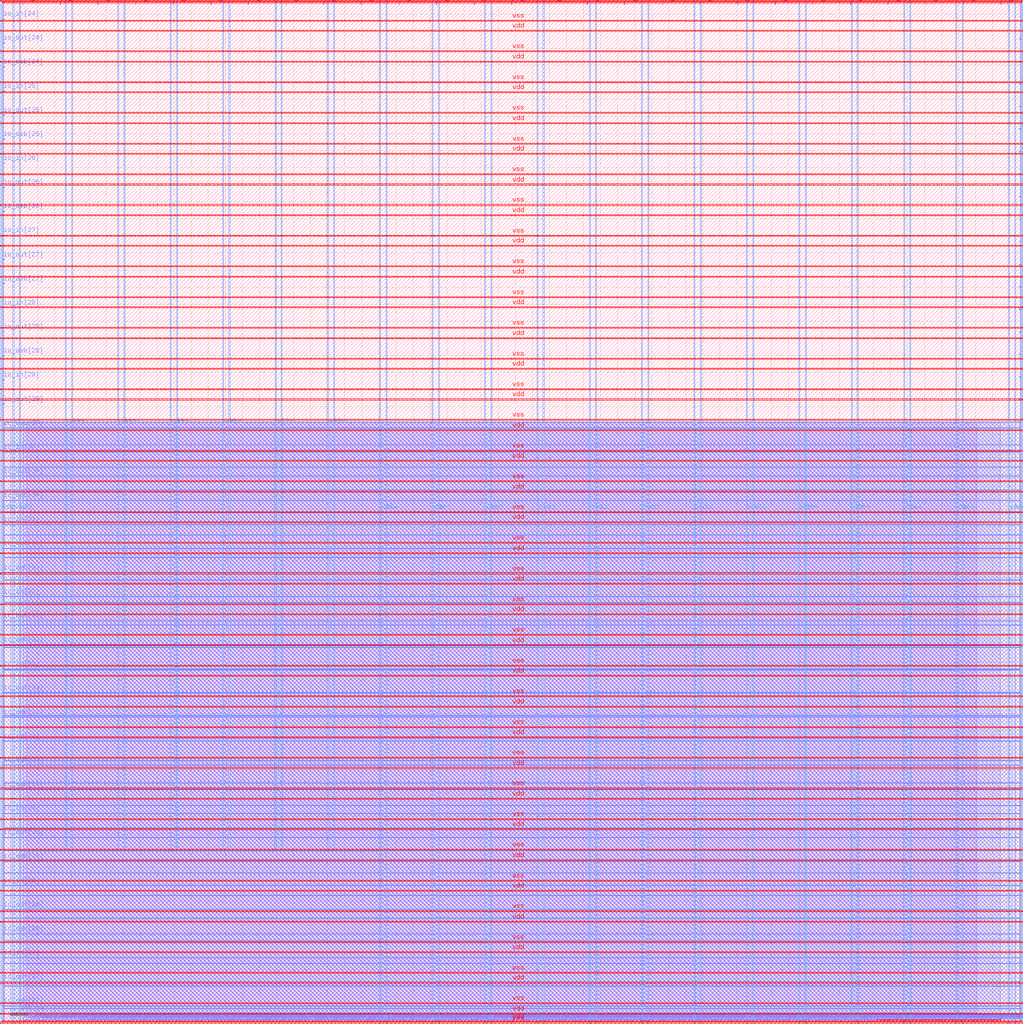
<source format=lef>
VERSION 5.7 ;
  NOWIREEXTENSIONATPIN ON ;
  DIVIDERCHAR "/" ;
  BUSBITCHARS "[]" ;
MACRO user_project_wrapper
  CLASS BLOCK ;
  FOREIGN user_project_wrapper ;
  ORIGIN 0.000 0.000 ;
  SIZE 2980.200 BY 2980.200 ;
  PIN io_in[0]
    DIRECTION INPUT ;
    USE SIGNAL ;
    PORT
      LAYER Metal3 ;
        RECT 2977.800 35.560 2985.000 36.680 ;
    END
  END io_in[0]
  PIN io_in[10]
    DIRECTION INPUT ;
    USE SIGNAL ;
    PORT
      LAYER Metal3 ;
        RECT 2977.800 2017.960 2985.000 2019.080 ;
    END
  END io_in[10]
  PIN io_in[11]
    DIRECTION INPUT ;
    USE SIGNAL ;
    PORT
      LAYER Metal3 ;
        RECT 2977.800 2216.200 2985.000 2217.320 ;
    END
  END io_in[11]
  PIN io_in[12]
    DIRECTION INPUT ;
    USE SIGNAL ;
    PORT
      LAYER Metal3 ;
        RECT 2977.800 2414.440 2985.000 2415.560 ;
    END
  END io_in[12]
  PIN io_in[13]
    DIRECTION INPUT ;
    USE SIGNAL ;
    PORT
      LAYER Metal3 ;
        RECT 2977.800 2612.680 2985.000 2613.800 ;
    END
  END io_in[13]
  PIN io_in[14]
    DIRECTION INPUT ;
    USE SIGNAL ;
    PORT
      LAYER Metal3 ;
        RECT 2977.800 2810.920 2985.000 2812.040 ;
    END
  END io_in[14]
  PIN io_in[15]
    DIRECTION INPUT ;
    USE SIGNAL ;
    PORT
      LAYER Metal2 ;
        RECT 2923.480 2977.800 2924.600 2985.000 ;
    END
  END io_in[15]
  PIN io_in[16]
    DIRECTION INPUT ;
    USE SIGNAL ;
    PORT
      LAYER Metal2 ;
        RECT 2592.520 2977.800 2593.640 2985.000 ;
    END
  END io_in[16]
  PIN io_in[17]
    DIRECTION INPUT ;
    USE SIGNAL ;
    PORT
      LAYER Metal2 ;
        RECT 2261.560 2977.800 2262.680 2985.000 ;
    END
  END io_in[17]
  PIN io_in[18]
    DIRECTION INPUT ;
    USE SIGNAL ;
    PORT
      LAYER Metal2 ;
        RECT 1930.600 2977.800 1931.720 2985.000 ;
    END
  END io_in[18]
  PIN io_in[19]
    DIRECTION INPUT ;
    USE SIGNAL ;
    PORT
      LAYER Metal2 ;
        RECT 1599.640 2977.800 1600.760 2985.000 ;
    END
  END io_in[19]
  PIN io_in[1]
    DIRECTION INPUT ;
    USE SIGNAL ;
    PORT
      LAYER Metal3 ;
        RECT 2977.800 233.800 2985.000 234.920 ;
    END
  END io_in[1]
  PIN io_in[20]
    DIRECTION INPUT ;
    USE SIGNAL ;
    PORT
      LAYER Metal2 ;
        RECT 1268.680 2977.800 1269.800 2985.000 ;
    END
  END io_in[20]
  PIN io_in[21]
    DIRECTION INPUT ;
    USE SIGNAL ;
    PORT
      LAYER Metal2 ;
        RECT 937.720 2977.800 938.840 2985.000 ;
    END
  END io_in[21]
  PIN io_in[22]
    DIRECTION INPUT ;
    USE SIGNAL ;
    PORT
      LAYER Metal2 ;
        RECT 606.760 2977.800 607.880 2985.000 ;
    END
  END io_in[22]
  PIN io_in[23]
    DIRECTION INPUT ;
    USE SIGNAL ;
    PORT
      LAYER Metal2 ;
        RECT 275.800 2977.800 276.920 2985.000 ;
    END
  END io_in[23]
  PIN io_in[24]
    DIRECTION INPUT ;
    USE SIGNAL ;
    PORT
      LAYER Metal3 ;
        RECT -4.800 2935.800 2.400 2936.920 ;
    END
  END io_in[24]
  PIN io_in[25]
    DIRECTION INPUT ;
    USE SIGNAL ;
    PORT
      LAYER Metal3 ;
        RECT -4.800 2724.120 2.400 2725.240 ;
    END
  END io_in[25]
  PIN io_in[26]
    DIRECTION INPUT ;
    USE SIGNAL ;
    PORT
      LAYER Metal3 ;
        RECT -4.800 2512.440 2.400 2513.560 ;
    END
  END io_in[26]
  PIN io_in[27]
    DIRECTION INPUT ;
    USE SIGNAL ;
    PORT
      LAYER Metal3 ;
        RECT -4.800 2300.760 2.400 2301.880 ;
    END
  END io_in[27]
  PIN io_in[28]
    DIRECTION INPUT ;
    USE SIGNAL ;
    PORT
      LAYER Metal3 ;
        RECT -4.800 2089.080 2.400 2090.200 ;
    END
  END io_in[28]
  PIN io_in[29]
    DIRECTION INPUT ;
    USE SIGNAL ;
    PORT
      LAYER Metal3 ;
        RECT -4.800 1877.400 2.400 1878.520 ;
    END
  END io_in[29]
  PIN io_in[2]
    DIRECTION INPUT ;
    USE SIGNAL ;
    PORT
      LAYER Metal3 ;
        RECT 2977.800 432.040 2985.000 433.160 ;
    END
  END io_in[2]
  PIN io_in[30]
    DIRECTION INPUT ;
    USE SIGNAL ;
    PORT
      LAYER Metal3 ;
        RECT -4.800 1665.720 2.400 1666.840 ;
    END
  END io_in[30]
  PIN io_in[31]
    DIRECTION INPUT ;
    USE SIGNAL ;
    PORT
      LAYER Metal3 ;
        RECT -4.800 1454.040 2.400 1455.160 ;
    END
  END io_in[31]
  PIN io_in[32]
    DIRECTION INPUT ;
    USE SIGNAL ;
    PORT
      LAYER Metal3 ;
        RECT -4.800 1242.360 2.400 1243.480 ;
    END
  END io_in[32]
  PIN io_in[33]
    DIRECTION INPUT ;
    USE SIGNAL ;
    PORT
      LAYER Metal3 ;
        RECT -4.800 1030.680 2.400 1031.800 ;
    END
  END io_in[33]
  PIN io_in[34]
    DIRECTION INPUT ;
    USE SIGNAL ;
    PORT
      LAYER Metal3 ;
        RECT -4.800 819.000 2.400 820.120 ;
    END
  END io_in[34]
  PIN io_in[35]
    DIRECTION INPUT ;
    USE SIGNAL ;
    PORT
      LAYER Metal3 ;
        RECT -4.800 607.320 2.400 608.440 ;
    END
  END io_in[35]
  PIN io_in[36]
    DIRECTION INPUT ;
    USE SIGNAL ;
    PORT
      LAYER Metal3 ;
        RECT -4.800 395.640 2.400 396.760 ;
    END
  END io_in[36]
  PIN io_in[37]
    DIRECTION INPUT ;
    USE SIGNAL ;
    PORT
      LAYER Metal3 ;
        RECT -4.800 183.960 2.400 185.080 ;
    END
  END io_in[37]
  PIN io_in[3]
    DIRECTION INPUT ;
    USE SIGNAL ;
    PORT
      LAYER Metal3 ;
        RECT 2977.800 630.280 2985.000 631.400 ;
    END
  END io_in[3]
  PIN io_in[4]
    DIRECTION INPUT ;
    USE SIGNAL ;
    PORT
      LAYER Metal3 ;
        RECT 2977.800 828.520 2985.000 829.640 ;
    END
  END io_in[4]
  PIN io_in[5]
    DIRECTION INPUT ;
    USE SIGNAL ;
    PORT
      LAYER Metal3 ;
        RECT 2977.800 1026.760 2985.000 1027.880 ;
    END
  END io_in[5]
  PIN io_in[6]
    DIRECTION INPUT ;
    USE SIGNAL ;
    PORT
      LAYER Metal3 ;
        RECT 2977.800 1225.000 2985.000 1226.120 ;
    END
  END io_in[6]
  PIN io_in[7]
    DIRECTION INPUT ;
    USE SIGNAL ;
    PORT
      LAYER Metal3 ;
        RECT 2977.800 1423.240 2985.000 1424.360 ;
    END
  END io_in[7]
  PIN io_in[8]
    DIRECTION INPUT ;
    USE SIGNAL ;
    PORT
      LAYER Metal3 ;
        RECT 2977.800 1621.480 2985.000 1622.600 ;
    END
  END io_in[8]
  PIN io_in[9]
    DIRECTION INPUT ;
    USE SIGNAL ;
    PORT
      LAYER Metal3 ;
        RECT 2977.800 1819.720 2985.000 1820.840 ;
    END
  END io_in[9]
  PIN io_oeb[0]
    DIRECTION OUTPUT TRISTATE ;
    USE SIGNAL ;
    PORT
      LAYER Metal3 ;
        RECT 2977.800 167.720 2985.000 168.840 ;
    END
  END io_oeb[0]
  PIN io_oeb[10]
    DIRECTION OUTPUT TRISTATE ;
    USE SIGNAL ;
    PORT
      LAYER Metal3 ;
        RECT 2977.800 2150.120 2985.000 2151.240 ;
    END
  END io_oeb[10]
  PIN io_oeb[11]
    DIRECTION OUTPUT TRISTATE ;
    USE SIGNAL ;
    PORT
      LAYER Metal3 ;
        RECT 2977.800 2348.360 2985.000 2349.480 ;
    END
  END io_oeb[11]
  PIN io_oeb[12]
    DIRECTION OUTPUT TRISTATE ;
    USE SIGNAL ;
    PORT
      LAYER Metal3 ;
        RECT 2977.800 2546.600 2985.000 2547.720 ;
    END
  END io_oeb[12]
  PIN io_oeb[13]
    DIRECTION OUTPUT TRISTATE ;
    USE SIGNAL ;
    PORT
      LAYER Metal3 ;
        RECT 2977.800 2744.840 2985.000 2745.960 ;
    END
  END io_oeb[13]
  PIN io_oeb[14]
    DIRECTION OUTPUT TRISTATE ;
    USE SIGNAL ;
    PORT
      LAYER Metal3 ;
        RECT 2977.800 2943.080 2985.000 2944.200 ;
    END
  END io_oeb[14]
  PIN io_oeb[15]
    DIRECTION OUTPUT TRISTATE ;
    USE SIGNAL ;
    PORT
      LAYER Metal2 ;
        RECT 2702.840 2977.800 2703.960 2985.000 ;
    END
  END io_oeb[15]
  PIN io_oeb[16]
    DIRECTION OUTPUT TRISTATE ;
    USE SIGNAL ;
    PORT
      LAYER Metal2 ;
        RECT 2371.880 2977.800 2373.000 2985.000 ;
    END
  END io_oeb[16]
  PIN io_oeb[17]
    DIRECTION OUTPUT TRISTATE ;
    USE SIGNAL ;
    PORT
      LAYER Metal2 ;
        RECT 2040.920 2977.800 2042.040 2985.000 ;
    END
  END io_oeb[17]
  PIN io_oeb[18]
    DIRECTION OUTPUT TRISTATE ;
    USE SIGNAL ;
    PORT
      LAYER Metal2 ;
        RECT 1709.960 2977.800 1711.080 2985.000 ;
    END
  END io_oeb[18]
  PIN io_oeb[19]
    DIRECTION OUTPUT TRISTATE ;
    USE SIGNAL ;
    PORT
      LAYER Metal2 ;
        RECT 1379.000 2977.800 1380.120 2985.000 ;
    END
  END io_oeb[19]
  PIN io_oeb[1]
    DIRECTION OUTPUT TRISTATE ;
    USE SIGNAL ;
    PORT
      LAYER Metal3 ;
        RECT 2977.800 365.960 2985.000 367.080 ;
    END
  END io_oeb[1]
  PIN io_oeb[20]
    DIRECTION OUTPUT TRISTATE ;
    USE SIGNAL ;
    PORT
      LAYER Metal2 ;
        RECT 1048.040 2977.800 1049.160 2985.000 ;
    END
  END io_oeb[20]
  PIN io_oeb[21]
    DIRECTION OUTPUT TRISTATE ;
    USE SIGNAL ;
    PORT
      LAYER Metal2 ;
        RECT 717.080 2977.800 718.200 2985.000 ;
    END
  END io_oeb[21]
  PIN io_oeb[22]
    DIRECTION OUTPUT TRISTATE ;
    USE SIGNAL ;
    PORT
      LAYER Metal2 ;
        RECT 386.120 2977.800 387.240 2985.000 ;
    END
  END io_oeb[22]
  PIN io_oeb[23]
    DIRECTION OUTPUT TRISTATE ;
    USE SIGNAL ;
    PORT
      LAYER Metal2 ;
        RECT 55.160 2977.800 56.280 2985.000 ;
    END
  END io_oeb[23]
  PIN io_oeb[24]
    DIRECTION OUTPUT TRISTATE ;
    USE SIGNAL ;
    PORT
      LAYER Metal3 ;
        RECT -4.800 2794.680 2.400 2795.800 ;
    END
  END io_oeb[24]
  PIN io_oeb[25]
    DIRECTION OUTPUT TRISTATE ;
    USE SIGNAL ;
    PORT
      LAYER Metal3 ;
        RECT -4.800 2583.000 2.400 2584.120 ;
    END
  END io_oeb[25]
  PIN io_oeb[26]
    DIRECTION OUTPUT TRISTATE ;
    USE SIGNAL ;
    PORT
      LAYER Metal3 ;
        RECT -4.800 2371.320 2.400 2372.440 ;
    END
  END io_oeb[26]
  PIN io_oeb[27]
    DIRECTION OUTPUT TRISTATE ;
    USE SIGNAL ;
    PORT
      LAYER Metal3 ;
        RECT -4.800 2159.640 2.400 2160.760 ;
    END
  END io_oeb[27]
  PIN io_oeb[28]
    DIRECTION OUTPUT TRISTATE ;
    USE SIGNAL ;
    PORT
      LAYER Metal3 ;
        RECT -4.800 1947.960 2.400 1949.080 ;
    END
  END io_oeb[28]
  PIN io_oeb[29]
    DIRECTION OUTPUT TRISTATE ;
    USE SIGNAL ;
    PORT
      LAYER Metal3 ;
        RECT -4.800 1736.280 2.400 1737.400 ;
    END
  END io_oeb[29]
  PIN io_oeb[2]
    DIRECTION OUTPUT TRISTATE ;
    USE SIGNAL ;
    PORT
      LAYER Metal3 ;
        RECT 2977.800 564.200 2985.000 565.320 ;
    END
  END io_oeb[2]
  PIN io_oeb[30]
    DIRECTION OUTPUT TRISTATE ;
    USE SIGNAL ;
    PORT
      LAYER Metal3 ;
        RECT -4.800 1524.600 2.400 1525.720 ;
    END
  END io_oeb[30]
  PIN io_oeb[31]
    DIRECTION OUTPUT TRISTATE ;
    USE SIGNAL ;
    PORT
      LAYER Metal3 ;
        RECT -4.800 1312.920 2.400 1314.040 ;
    END
  END io_oeb[31]
  PIN io_oeb[32]
    DIRECTION OUTPUT TRISTATE ;
    USE SIGNAL ;
    PORT
      LAYER Metal3 ;
        RECT -4.800 1101.240 2.400 1102.360 ;
    END
  END io_oeb[32]
  PIN io_oeb[33]
    DIRECTION OUTPUT TRISTATE ;
    USE SIGNAL ;
    PORT
      LAYER Metal3 ;
        RECT -4.800 889.560 2.400 890.680 ;
    END
  END io_oeb[33]
  PIN io_oeb[34]
    DIRECTION OUTPUT TRISTATE ;
    USE SIGNAL ;
    PORT
      LAYER Metal3 ;
        RECT -4.800 677.880 2.400 679.000 ;
    END
  END io_oeb[34]
  PIN io_oeb[35]
    DIRECTION OUTPUT TRISTATE ;
    USE SIGNAL ;
    PORT
      LAYER Metal3 ;
        RECT -4.800 466.200 2.400 467.320 ;
    END
  END io_oeb[35]
  PIN io_oeb[36]
    DIRECTION OUTPUT TRISTATE ;
    USE SIGNAL ;
    PORT
      LAYER Metal3 ;
        RECT -4.800 254.520 2.400 255.640 ;
    END
  END io_oeb[36]
  PIN io_oeb[37]
    DIRECTION OUTPUT TRISTATE ;
    USE SIGNAL ;
    PORT
      LAYER Metal3 ;
        RECT -4.800 42.840 2.400 43.960 ;
    END
  END io_oeb[37]
  PIN io_oeb[3]
    DIRECTION OUTPUT TRISTATE ;
    USE SIGNAL ;
    PORT
      LAYER Metal3 ;
        RECT 2977.800 762.440 2985.000 763.560 ;
    END
  END io_oeb[3]
  PIN io_oeb[4]
    DIRECTION OUTPUT TRISTATE ;
    USE SIGNAL ;
    PORT
      LAYER Metal3 ;
        RECT 2977.800 960.680 2985.000 961.800 ;
    END
  END io_oeb[4]
  PIN io_oeb[5]
    DIRECTION OUTPUT TRISTATE ;
    USE SIGNAL ;
    PORT
      LAYER Metal3 ;
        RECT 2977.800 1158.920 2985.000 1160.040 ;
    END
  END io_oeb[5]
  PIN io_oeb[6]
    DIRECTION OUTPUT TRISTATE ;
    USE SIGNAL ;
    PORT
      LAYER Metal3 ;
        RECT 2977.800 1357.160 2985.000 1358.280 ;
    END
  END io_oeb[6]
  PIN io_oeb[7]
    DIRECTION OUTPUT TRISTATE ;
    USE SIGNAL ;
    PORT
      LAYER Metal3 ;
        RECT 2977.800 1555.400 2985.000 1556.520 ;
    END
  END io_oeb[7]
  PIN io_oeb[8]
    DIRECTION OUTPUT TRISTATE ;
    USE SIGNAL ;
    PORT
      LAYER Metal3 ;
        RECT 2977.800 1753.640 2985.000 1754.760 ;
    END
  END io_oeb[8]
  PIN io_oeb[9]
    DIRECTION OUTPUT TRISTATE ;
    USE SIGNAL ;
    PORT
      LAYER Metal3 ;
        RECT 2977.800 1951.880 2985.000 1953.000 ;
    END
  END io_oeb[9]
  PIN io_out[0]
    DIRECTION OUTPUT TRISTATE ;
    USE SIGNAL ;
    PORT
      LAYER Metal3 ;
        RECT 2977.800 101.640 2985.000 102.760 ;
    END
  END io_out[0]
  PIN io_out[10]
    DIRECTION OUTPUT TRISTATE ;
    USE SIGNAL ;
    PORT
      LAYER Metal3 ;
        RECT 2977.800 2084.040 2985.000 2085.160 ;
    END
  END io_out[10]
  PIN io_out[11]
    DIRECTION OUTPUT TRISTATE ;
    USE SIGNAL ;
    PORT
      LAYER Metal3 ;
        RECT 2977.800 2282.280 2985.000 2283.400 ;
    END
  END io_out[11]
  PIN io_out[12]
    DIRECTION OUTPUT TRISTATE ;
    USE SIGNAL ;
    PORT
      LAYER Metal3 ;
        RECT 2977.800 2480.520 2985.000 2481.640 ;
    END
  END io_out[12]
  PIN io_out[13]
    DIRECTION OUTPUT TRISTATE ;
    USE SIGNAL ;
    PORT
      LAYER Metal3 ;
        RECT 2977.800 2678.760 2985.000 2679.880 ;
    END
  END io_out[13]
  PIN io_out[14]
    DIRECTION OUTPUT TRISTATE ;
    USE SIGNAL ;
    PORT
      LAYER Metal3 ;
        RECT 2977.800 2877.000 2985.000 2878.120 ;
    END
  END io_out[14]
  PIN io_out[15]
    DIRECTION OUTPUT TRISTATE ;
    USE SIGNAL ;
    PORT
      LAYER Metal2 ;
        RECT 2813.160 2977.800 2814.280 2985.000 ;
    END
  END io_out[15]
  PIN io_out[16]
    DIRECTION OUTPUT TRISTATE ;
    USE SIGNAL ;
    PORT
      LAYER Metal2 ;
        RECT 2482.200 2977.800 2483.320 2985.000 ;
    END
  END io_out[16]
  PIN io_out[17]
    DIRECTION OUTPUT TRISTATE ;
    USE SIGNAL ;
    PORT
      LAYER Metal2 ;
        RECT 2151.240 2977.800 2152.360 2985.000 ;
    END
  END io_out[17]
  PIN io_out[18]
    DIRECTION OUTPUT TRISTATE ;
    USE SIGNAL ;
    PORT
      LAYER Metal2 ;
        RECT 1820.280 2977.800 1821.400 2985.000 ;
    END
  END io_out[18]
  PIN io_out[19]
    DIRECTION OUTPUT TRISTATE ;
    USE SIGNAL ;
    PORT
      LAYER Metal2 ;
        RECT 1489.320 2977.800 1490.440 2985.000 ;
    END
  END io_out[19]
  PIN io_out[1]
    DIRECTION OUTPUT TRISTATE ;
    USE SIGNAL ;
    PORT
      LAYER Metal3 ;
        RECT 2977.800 299.880 2985.000 301.000 ;
    END
  END io_out[1]
  PIN io_out[20]
    DIRECTION OUTPUT TRISTATE ;
    USE SIGNAL ;
    PORT
      LAYER Metal2 ;
        RECT 1158.360 2977.800 1159.480 2985.000 ;
    END
  END io_out[20]
  PIN io_out[21]
    DIRECTION OUTPUT TRISTATE ;
    USE SIGNAL ;
    PORT
      LAYER Metal2 ;
        RECT 827.400 2977.800 828.520 2985.000 ;
    END
  END io_out[21]
  PIN io_out[22]
    DIRECTION OUTPUT TRISTATE ;
    USE SIGNAL ;
    PORT
      LAYER Metal2 ;
        RECT 496.440 2977.800 497.560 2985.000 ;
    END
  END io_out[22]
  PIN io_out[23]
    DIRECTION OUTPUT TRISTATE ;
    USE SIGNAL ;
    PORT
      LAYER Metal2 ;
        RECT 165.480 2977.800 166.600 2985.000 ;
    END
  END io_out[23]
  PIN io_out[24]
    DIRECTION OUTPUT TRISTATE ;
    USE SIGNAL ;
    PORT
      LAYER Metal3 ;
        RECT -4.800 2865.240 2.400 2866.360 ;
    END
  END io_out[24]
  PIN io_out[25]
    DIRECTION OUTPUT TRISTATE ;
    USE SIGNAL ;
    PORT
      LAYER Metal3 ;
        RECT -4.800 2653.560 2.400 2654.680 ;
    END
  END io_out[25]
  PIN io_out[26]
    DIRECTION OUTPUT TRISTATE ;
    USE SIGNAL ;
    PORT
      LAYER Metal3 ;
        RECT -4.800 2441.880 2.400 2443.000 ;
    END
  END io_out[26]
  PIN io_out[27]
    DIRECTION OUTPUT TRISTATE ;
    USE SIGNAL ;
    PORT
      LAYER Metal3 ;
        RECT -4.800 2230.200 2.400 2231.320 ;
    END
  END io_out[27]
  PIN io_out[28]
    DIRECTION OUTPUT TRISTATE ;
    USE SIGNAL ;
    PORT
      LAYER Metal3 ;
        RECT -4.800 2018.520 2.400 2019.640 ;
    END
  END io_out[28]
  PIN io_out[29]
    DIRECTION OUTPUT TRISTATE ;
    USE SIGNAL ;
    PORT
      LAYER Metal3 ;
        RECT -4.800 1806.840 2.400 1807.960 ;
    END
  END io_out[29]
  PIN io_out[2]
    DIRECTION OUTPUT TRISTATE ;
    USE SIGNAL ;
    PORT
      LAYER Metal3 ;
        RECT 2977.800 498.120 2985.000 499.240 ;
    END
  END io_out[2]
  PIN io_out[30]
    DIRECTION OUTPUT TRISTATE ;
    USE SIGNAL ;
    PORT
      LAYER Metal3 ;
        RECT -4.800 1595.160 2.400 1596.280 ;
    END
  END io_out[30]
  PIN io_out[31]
    DIRECTION OUTPUT TRISTATE ;
    USE SIGNAL ;
    PORT
      LAYER Metal3 ;
        RECT -4.800 1383.480 2.400 1384.600 ;
    END
  END io_out[31]
  PIN io_out[32]
    DIRECTION OUTPUT TRISTATE ;
    USE SIGNAL ;
    PORT
      LAYER Metal3 ;
        RECT -4.800 1171.800 2.400 1172.920 ;
    END
  END io_out[32]
  PIN io_out[33]
    DIRECTION OUTPUT TRISTATE ;
    USE SIGNAL ;
    PORT
      LAYER Metal3 ;
        RECT -4.800 960.120 2.400 961.240 ;
    END
  END io_out[33]
  PIN io_out[34]
    DIRECTION OUTPUT TRISTATE ;
    USE SIGNAL ;
    PORT
      LAYER Metal3 ;
        RECT -4.800 748.440 2.400 749.560 ;
    END
  END io_out[34]
  PIN io_out[35]
    DIRECTION OUTPUT TRISTATE ;
    USE SIGNAL ;
    PORT
      LAYER Metal3 ;
        RECT -4.800 536.760 2.400 537.880 ;
    END
  END io_out[35]
  PIN io_out[36]
    DIRECTION OUTPUT TRISTATE ;
    USE SIGNAL ;
    PORT
      LAYER Metal3 ;
        RECT -4.800 325.080 2.400 326.200 ;
    END
  END io_out[36]
  PIN io_out[37]
    DIRECTION OUTPUT TRISTATE ;
    USE SIGNAL ;
    PORT
      LAYER Metal3 ;
        RECT -4.800 113.400 2.400 114.520 ;
    END
  END io_out[37]
  PIN io_out[3]
    DIRECTION OUTPUT TRISTATE ;
    USE SIGNAL ;
    PORT
      LAYER Metal3 ;
        RECT 2977.800 696.360 2985.000 697.480 ;
    END
  END io_out[3]
  PIN io_out[4]
    DIRECTION OUTPUT TRISTATE ;
    USE SIGNAL ;
    PORT
      LAYER Metal3 ;
        RECT 2977.800 894.600 2985.000 895.720 ;
    END
  END io_out[4]
  PIN io_out[5]
    DIRECTION OUTPUT TRISTATE ;
    USE SIGNAL ;
    PORT
      LAYER Metal3 ;
        RECT 2977.800 1092.840 2985.000 1093.960 ;
    END
  END io_out[5]
  PIN io_out[6]
    DIRECTION OUTPUT TRISTATE ;
    USE SIGNAL ;
    PORT
      LAYER Metal3 ;
        RECT 2977.800 1291.080 2985.000 1292.200 ;
    END
  END io_out[6]
  PIN io_out[7]
    DIRECTION OUTPUT TRISTATE ;
    USE SIGNAL ;
    PORT
      LAYER Metal3 ;
        RECT 2977.800 1489.320 2985.000 1490.440 ;
    END
  END io_out[7]
  PIN io_out[8]
    DIRECTION OUTPUT TRISTATE ;
    USE SIGNAL ;
    PORT
      LAYER Metal3 ;
        RECT 2977.800 1687.560 2985.000 1688.680 ;
    END
  END io_out[8]
  PIN io_out[9]
    DIRECTION OUTPUT TRISTATE ;
    USE SIGNAL ;
    PORT
      LAYER Metal3 ;
        RECT 2977.800 1885.800 2985.000 1886.920 ;
    END
  END io_out[9]
  PIN la_data_in[0]
    DIRECTION INPUT ;
    USE SIGNAL ;
    PORT
      LAYER Metal2 ;
        RECT 1065.960 -4.800 1067.080 2.400 ;
    END
  END la_data_in[0]
  PIN la_data_in[10]
    DIRECTION INPUT ;
    USE SIGNAL ;
    PORT
      LAYER Metal2 ;
        RECT 1351.560 -4.800 1352.680 2.400 ;
    END
  END la_data_in[10]
  PIN la_data_in[11]
    DIRECTION INPUT ;
    USE SIGNAL ;
    PORT
      LAYER Metal2 ;
        RECT 1380.120 -4.800 1381.240 2.400 ;
    END
  END la_data_in[11]
  PIN la_data_in[12]
    DIRECTION INPUT ;
    USE SIGNAL ;
    PORT
      LAYER Metal2 ;
        RECT 1408.680 -4.800 1409.800 2.400 ;
    END
  END la_data_in[12]
  PIN la_data_in[13]
    DIRECTION INPUT ;
    USE SIGNAL ;
    PORT
      LAYER Metal2 ;
        RECT 1437.240 -4.800 1438.360 2.400 ;
    END
  END la_data_in[13]
  PIN la_data_in[14]
    DIRECTION INPUT ;
    USE SIGNAL ;
    PORT
      LAYER Metal2 ;
        RECT 1465.800 -4.800 1466.920 2.400 ;
    END
  END la_data_in[14]
  PIN la_data_in[15]
    DIRECTION INPUT ;
    USE SIGNAL ;
    PORT
      LAYER Metal2 ;
        RECT 1494.360 -4.800 1495.480 2.400 ;
    END
  END la_data_in[15]
  PIN la_data_in[16]
    DIRECTION INPUT ;
    USE SIGNAL ;
    PORT
      LAYER Metal2 ;
        RECT 1522.920 -4.800 1524.040 2.400 ;
    END
  END la_data_in[16]
  PIN la_data_in[17]
    DIRECTION INPUT ;
    USE SIGNAL ;
    PORT
      LAYER Metal2 ;
        RECT 1551.480 -4.800 1552.600 2.400 ;
    END
  END la_data_in[17]
  PIN la_data_in[18]
    DIRECTION INPUT ;
    USE SIGNAL ;
    PORT
      LAYER Metal2 ;
        RECT 1580.040 -4.800 1581.160 2.400 ;
    END
  END la_data_in[18]
  PIN la_data_in[19]
    DIRECTION INPUT ;
    USE SIGNAL ;
    PORT
      LAYER Metal2 ;
        RECT 1608.600 -4.800 1609.720 2.400 ;
    END
  END la_data_in[19]
  PIN la_data_in[1]
    DIRECTION INPUT ;
    USE SIGNAL ;
    PORT
      LAYER Metal2 ;
        RECT 1094.520 -4.800 1095.640 2.400 ;
    END
  END la_data_in[1]
  PIN la_data_in[20]
    DIRECTION INPUT ;
    USE SIGNAL ;
    PORT
      LAYER Metal2 ;
        RECT 1637.160 -4.800 1638.280 2.400 ;
    END
  END la_data_in[20]
  PIN la_data_in[21]
    DIRECTION INPUT ;
    USE SIGNAL ;
    PORT
      LAYER Metal2 ;
        RECT 1665.720 -4.800 1666.840 2.400 ;
    END
  END la_data_in[21]
  PIN la_data_in[22]
    DIRECTION INPUT ;
    USE SIGNAL ;
    PORT
      LAYER Metal2 ;
        RECT 1694.280 -4.800 1695.400 2.400 ;
    END
  END la_data_in[22]
  PIN la_data_in[23]
    DIRECTION INPUT ;
    USE SIGNAL ;
    PORT
      LAYER Metal2 ;
        RECT 1722.840 -4.800 1723.960 2.400 ;
    END
  END la_data_in[23]
  PIN la_data_in[24]
    DIRECTION INPUT ;
    USE SIGNAL ;
    PORT
      LAYER Metal2 ;
        RECT 1751.400 -4.800 1752.520 2.400 ;
    END
  END la_data_in[24]
  PIN la_data_in[25]
    DIRECTION INPUT ;
    USE SIGNAL ;
    PORT
      LAYER Metal2 ;
        RECT 1779.960 -4.800 1781.080 2.400 ;
    END
  END la_data_in[25]
  PIN la_data_in[26]
    DIRECTION INPUT ;
    USE SIGNAL ;
    PORT
      LAYER Metal2 ;
        RECT 1808.520 -4.800 1809.640 2.400 ;
    END
  END la_data_in[26]
  PIN la_data_in[27]
    DIRECTION INPUT ;
    USE SIGNAL ;
    PORT
      LAYER Metal2 ;
        RECT 1837.080 -4.800 1838.200 2.400 ;
    END
  END la_data_in[27]
  PIN la_data_in[28]
    DIRECTION INPUT ;
    USE SIGNAL ;
    PORT
      LAYER Metal2 ;
        RECT 1865.640 -4.800 1866.760 2.400 ;
    END
  END la_data_in[28]
  PIN la_data_in[29]
    DIRECTION INPUT ;
    USE SIGNAL ;
    PORT
      LAYER Metal2 ;
        RECT 1894.200 -4.800 1895.320 2.400 ;
    END
  END la_data_in[29]
  PIN la_data_in[2]
    DIRECTION INPUT ;
    USE SIGNAL ;
    PORT
      LAYER Metal2 ;
        RECT 1123.080 -4.800 1124.200 2.400 ;
    END
  END la_data_in[2]
  PIN la_data_in[30]
    DIRECTION INPUT ;
    USE SIGNAL ;
    PORT
      LAYER Metal2 ;
        RECT 1922.760 -4.800 1923.880 2.400 ;
    END
  END la_data_in[30]
  PIN la_data_in[31]
    DIRECTION INPUT ;
    USE SIGNAL ;
    PORT
      LAYER Metal2 ;
        RECT 1951.320 -4.800 1952.440 2.400 ;
    END
  END la_data_in[31]
  PIN la_data_in[32]
    DIRECTION INPUT ;
    USE SIGNAL ;
    PORT
      LAYER Metal2 ;
        RECT 1979.880 -4.800 1981.000 2.400 ;
    END
  END la_data_in[32]
  PIN la_data_in[33]
    DIRECTION INPUT ;
    USE SIGNAL ;
    PORT
      LAYER Metal2 ;
        RECT 2008.440 -4.800 2009.560 2.400 ;
    END
  END la_data_in[33]
  PIN la_data_in[34]
    DIRECTION INPUT ;
    USE SIGNAL ;
    PORT
      LAYER Metal2 ;
        RECT 2037.000 -4.800 2038.120 2.400 ;
    END
  END la_data_in[34]
  PIN la_data_in[35]
    DIRECTION INPUT ;
    USE SIGNAL ;
    PORT
      LAYER Metal2 ;
        RECT 2065.560 -4.800 2066.680 2.400 ;
    END
  END la_data_in[35]
  PIN la_data_in[36]
    DIRECTION INPUT ;
    USE SIGNAL ;
    PORT
      LAYER Metal2 ;
        RECT 2094.120 -4.800 2095.240 2.400 ;
    END
  END la_data_in[36]
  PIN la_data_in[37]
    DIRECTION INPUT ;
    USE SIGNAL ;
    PORT
      LAYER Metal2 ;
        RECT 2122.680 -4.800 2123.800 2.400 ;
    END
  END la_data_in[37]
  PIN la_data_in[38]
    DIRECTION INPUT ;
    USE SIGNAL ;
    PORT
      LAYER Metal2 ;
        RECT 2151.240 -4.800 2152.360 2.400 ;
    END
  END la_data_in[38]
  PIN la_data_in[39]
    DIRECTION INPUT ;
    USE SIGNAL ;
    PORT
      LAYER Metal2 ;
        RECT 2179.800 -4.800 2180.920 2.400 ;
    END
  END la_data_in[39]
  PIN la_data_in[3]
    DIRECTION INPUT ;
    USE SIGNAL ;
    PORT
      LAYER Metal2 ;
        RECT 1151.640 -4.800 1152.760 2.400 ;
    END
  END la_data_in[3]
  PIN la_data_in[40]
    DIRECTION INPUT ;
    USE SIGNAL ;
    PORT
      LAYER Metal2 ;
        RECT 2208.360 -4.800 2209.480 2.400 ;
    END
  END la_data_in[40]
  PIN la_data_in[41]
    DIRECTION INPUT ;
    USE SIGNAL ;
    PORT
      LAYER Metal2 ;
        RECT 2236.920 -4.800 2238.040 2.400 ;
    END
  END la_data_in[41]
  PIN la_data_in[42]
    DIRECTION INPUT ;
    USE SIGNAL ;
    PORT
      LAYER Metal2 ;
        RECT 2265.480 -4.800 2266.600 2.400 ;
    END
  END la_data_in[42]
  PIN la_data_in[43]
    DIRECTION INPUT ;
    USE SIGNAL ;
    PORT
      LAYER Metal2 ;
        RECT 2294.040 -4.800 2295.160 2.400 ;
    END
  END la_data_in[43]
  PIN la_data_in[44]
    DIRECTION INPUT ;
    USE SIGNAL ;
    PORT
      LAYER Metal2 ;
        RECT 2322.600 -4.800 2323.720 2.400 ;
    END
  END la_data_in[44]
  PIN la_data_in[45]
    DIRECTION INPUT ;
    USE SIGNAL ;
    PORT
      LAYER Metal2 ;
        RECT 2351.160 -4.800 2352.280 2.400 ;
    END
  END la_data_in[45]
  PIN la_data_in[46]
    DIRECTION INPUT ;
    USE SIGNAL ;
    PORT
      LAYER Metal2 ;
        RECT 2379.720 -4.800 2380.840 2.400 ;
    END
  END la_data_in[46]
  PIN la_data_in[47]
    DIRECTION INPUT ;
    USE SIGNAL ;
    PORT
      LAYER Metal2 ;
        RECT 2408.280 -4.800 2409.400 2.400 ;
    END
  END la_data_in[47]
  PIN la_data_in[48]
    DIRECTION INPUT ;
    USE SIGNAL ;
    PORT
      LAYER Metal2 ;
        RECT 2436.840 -4.800 2437.960 2.400 ;
    END
  END la_data_in[48]
  PIN la_data_in[49]
    DIRECTION INPUT ;
    USE SIGNAL ;
    PORT
      LAYER Metal2 ;
        RECT 2465.400 -4.800 2466.520 2.400 ;
    END
  END la_data_in[49]
  PIN la_data_in[4]
    DIRECTION INPUT ;
    USE SIGNAL ;
    PORT
      LAYER Metal2 ;
        RECT 1180.200 -4.800 1181.320 2.400 ;
    END
  END la_data_in[4]
  PIN la_data_in[50]
    DIRECTION INPUT ;
    USE SIGNAL ;
    PORT
      LAYER Metal2 ;
        RECT 2493.960 -4.800 2495.080 2.400 ;
    END
  END la_data_in[50]
  PIN la_data_in[51]
    DIRECTION INPUT ;
    USE SIGNAL ;
    PORT
      LAYER Metal2 ;
        RECT 2522.520 -4.800 2523.640 2.400 ;
    END
  END la_data_in[51]
  PIN la_data_in[52]
    DIRECTION INPUT ;
    USE SIGNAL ;
    PORT
      LAYER Metal2 ;
        RECT 2551.080 -4.800 2552.200 2.400 ;
    END
  END la_data_in[52]
  PIN la_data_in[53]
    DIRECTION INPUT ;
    USE SIGNAL ;
    PORT
      LAYER Metal2 ;
        RECT 2579.640 -4.800 2580.760 2.400 ;
    END
  END la_data_in[53]
  PIN la_data_in[54]
    DIRECTION INPUT ;
    USE SIGNAL ;
    PORT
      LAYER Metal2 ;
        RECT 2608.200 -4.800 2609.320 2.400 ;
    END
  END la_data_in[54]
  PIN la_data_in[55]
    DIRECTION INPUT ;
    USE SIGNAL ;
    PORT
      LAYER Metal2 ;
        RECT 2636.760 -4.800 2637.880 2.400 ;
    END
  END la_data_in[55]
  PIN la_data_in[56]
    DIRECTION INPUT ;
    USE SIGNAL ;
    PORT
      LAYER Metal2 ;
        RECT 2665.320 -4.800 2666.440 2.400 ;
    END
  END la_data_in[56]
  PIN la_data_in[57]
    DIRECTION INPUT ;
    USE SIGNAL ;
    PORT
      LAYER Metal2 ;
        RECT 2693.880 -4.800 2695.000 2.400 ;
    END
  END la_data_in[57]
  PIN la_data_in[58]
    DIRECTION INPUT ;
    USE SIGNAL ;
    PORT
      LAYER Metal2 ;
        RECT 2722.440 -4.800 2723.560 2.400 ;
    END
  END la_data_in[58]
  PIN la_data_in[59]
    DIRECTION INPUT ;
    USE SIGNAL ;
    PORT
      LAYER Metal2 ;
        RECT 2751.000 -4.800 2752.120 2.400 ;
    END
  END la_data_in[59]
  PIN la_data_in[5]
    DIRECTION INPUT ;
    USE SIGNAL ;
    PORT
      LAYER Metal2 ;
        RECT 1208.760 -4.800 1209.880 2.400 ;
    END
  END la_data_in[5]
  PIN la_data_in[60]
    DIRECTION INPUT ;
    USE SIGNAL ;
    PORT
      LAYER Metal2 ;
        RECT 2779.560 -4.800 2780.680 2.400 ;
    END
  END la_data_in[60]
  PIN la_data_in[61]
    DIRECTION INPUT ;
    USE SIGNAL ;
    PORT
      LAYER Metal2 ;
        RECT 2808.120 -4.800 2809.240 2.400 ;
    END
  END la_data_in[61]
  PIN la_data_in[62]
    DIRECTION INPUT ;
    USE SIGNAL ;
    PORT
      LAYER Metal2 ;
        RECT 2836.680 -4.800 2837.800 2.400 ;
    END
  END la_data_in[62]
  PIN la_data_in[63]
    DIRECTION INPUT ;
    USE SIGNAL ;
    PORT
      LAYER Metal2 ;
        RECT 2865.240 -4.800 2866.360 2.400 ;
    END
  END la_data_in[63]
  PIN la_data_in[6]
    DIRECTION INPUT ;
    USE SIGNAL ;
    PORT
      LAYER Metal2 ;
        RECT 1237.320 -4.800 1238.440 2.400 ;
    END
  END la_data_in[6]
  PIN la_data_in[7]
    DIRECTION INPUT ;
    USE SIGNAL ;
    PORT
      LAYER Metal2 ;
        RECT 1265.880 -4.800 1267.000 2.400 ;
    END
  END la_data_in[7]
  PIN la_data_in[8]
    DIRECTION INPUT ;
    USE SIGNAL ;
    PORT
      LAYER Metal2 ;
        RECT 1294.440 -4.800 1295.560 2.400 ;
    END
  END la_data_in[8]
  PIN la_data_in[9]
    DIRECTION INPUT ;
    USE SIGNAL ;
    PORT
      LAYER Metal2 ;
        RECT 1323.000 -4.800 1324.120 2.400 ;
    END
  END la_data_in[9]
  PIN la_data_out[0]
    DIRECTION OUTPUT TRISTATE ;
    USE SIGNAL ;
    PORT
      LAYER Metal2 ;
        RECT 1075.480 -4.800 1076.600 2.400 ;
    END
  END la_data_out[0]
  PIN la_data_out[10]
    DIRECTION OUTPUT TRISTATE ;
    USE SIGNAL ;
    PORT
      LAYER Metal2 ;
        RECT 1361.080 -4.800 1362.200 2.400 ;
    END
  END la_data_out[10]
  PIN la_data_out[11]
    DIRECTION OUTPUT TRISTATE ;
    USE SIGNAL ;
    PORT
      LAYER Metal2 ;
        RECT 1389.640 -4.800 1390.760 2.400 ;
    END
  END la_data_out[11]
  PIN la_data_out[12]
    DIRECTION OUTPUT TRISTATE ;
    USE SIGNAL ;
    PORT
      LAYER Metal2 ;
        RECT 1418.200 -4.800 1419.320 2.400 ;
    END
  END la_data_out[12]
  PIN la_data_out[13]
    DIRECTION OUTPUT TRISTATE ;
    USE SIGNAL ;
    PORT
      LAYER Metal2 ;
        RECT 1446.760 -4.800 1447.880 2.400 ;
    END
  END la_data_out[13]
  PIN la_data_out[14]
    DIRECTION OUTPUT TRISTATE ;
    USE SIGNAL ;
    PORT
      LAYER Metal2 ;
        RECT 1475.320 -4.800 1476.440 2.400 ;
    END
  END la_data_out[14]
  PIN la_data_out[15]
    DIRECTION OUTPUT TRISTATE ;
    USE SIGNAL ;
    PORT
      LAYER Metal2 ;
        RECT 1503.880 -4.800 1505.000 2.400 ;
    END
  END la_data_out[15]
  PIN la_data_out[16]
    DIRECTION OUTPUT TRISTATE ;
    USE SIGNAL ;
    PORT
      LAYER Metal2 ;
        RECT 1532.440 -4.800 1533.560 2.400 ;
    END
  END la_data_out[16]
  PIN la_data_out[17]
    DIRECTION OUTPUT TRISTATE ;
    USE SIGNAL ;
    PORT
      LAYER Metal2 ;
        RECT 1561.000 -4.800 1562.120 2.400 ;
    END
  END la_data_out[17]
  PIN la_data_out[18]
    DIRECTION OUTPUT TRISTATE ;
    USE SIGNAL ;
    PORT
      LAYER Metal2 ;
        RECT 1589.560 -4.800 1590.680 2.400 ;
    END
  END la_data_out[18]
  PIN la_data_out[19]
    DIRECTION OUTPUT TRISTATE ;
    USE SIGNAL ;
    PORT
      LAYER Metal2 ;
        RECT 1618.120 -4.800 1619.240 2.400 ;
    END
  END la_data_out[19]
  PIN la_data_out[1]
    DIRECTION OUTPUT TRISTATE ;
    USE SIGNAL ;
    PORT
      LAYER Metal2 ;
        RECT 1104.040 -4.800 1105.160 2.400 ;
    END
  END la_data_out[1]
  PIN la_data_out[20]
    DIRECTION OUTPUT TRISTATE ;
    USE SIGNAL ;
    PORT
      LAYER Metal2 ;
        RECT 1646.680 -4.800 1647.800 2.400 ;
    END
  END la_data_out[20]
  PIN la_data_out[21]
    DIRECTION OUTPUT TRISTATE ;
    USE SIGNAL ;
    PORT
      LAYER Metal2 ;
        RECT 1675.240 -4.800 1676.360 2.400 ;
    END
  END la_data_out[21]
  PIN la_data_out[22]
    DIRECTION OUTPUT TRISTATE ;
    USE SIGNAL ;
    PORT
      LAYER Metal2 ;
        RECT 1703.800 -4.800 1704.920 2.400 ;
    END
  END la_data_out[22]
  PIN la_data_out[23]
    DIRECTION OUTPUT TRISTATE ;
    USE SIGNAL ;
    PORT
      LAYER Metal2 ;
        RECT 1732.360 -4.800 1733.480 2.400 ;
    END
  END la_data_out[23]
  PIN la_data_out[24]
    DIRECTION OUTPUT TRISTATE ;
    USE SIGNAL ;
    PORT
      LAYER Metal2 ;
        RECT 1760.920 -4.800 1762.040 2.400 ;
    END
  END la_data_out[24]
  PIN la_data_out[25]
    DIRECTION OUTPUT TRISTATE ;
    USE SIGNAL ;
    PORT
      LAYER Metal2 ;
        RECT 1789.480 -4.800 1790.600 2.400 ;
    END
  END la_data_out[25]
  PIN la_data_out[26]
    DIRECTION OUTPUT TRISTATE ;
    USE SIGNAL ;
    PORT
      LAYER Metal2 ;
        RECT 1818.040 -4.800 1819.160 2.400 ;
    END
  END la_data_out[26]
  PIN la_data_out[27]
    DIRECTION OUTPUT TRISTATE ;
    USE SIGNAL ;
    PORT
      LAYER Metal2 ;
        RECT 1846.600 -4.800 1847.720 2.400 ;
    END
  END la_data_out[27]
  PIN la_data_out[28]
    DIRECTION OUTPUT TRISTATE ;
    USE SIGNAL ;
    PORT
      LAYER Metal2 ;
        RECT 1875.160 -4.800 1876.280 2.400 ;
    END
  END la_data_out[28]
  PIN la_data_out[29]
    DIRECTION OUTPUT TRISTATE ;
    USE SIGNAL ;
    PORT
      LAYER Metal2 ;
        RECT 1903.720 -4.800 1904.840 2.400 ;
    END
  END la_data_out[29]
  PIN la_data_out[2]
    DIRECTION OUTPUT TRISTATE ;
    USE SIGNAL ;
    PORT
      LAYER Metal2 ;
        RECT 1132.600 -4.800 1133.720 2.400 ;
    END
  END la_data_out[2]
  PIN la_data_out[30]
    DIRECTION OUTPUT TRISTATE ;
    USE SIGNAL ;
    PORT
      LAYER Metal2 ;
        RECT 1932.280 -4.800 1933.400 2.400 ;
    END
  END la_data_out[30]
  PIN la_data_out[31]
    DIRECTION OUTPUT TRISTATE ;
    USE SIGNAL ;
    PORT
      LAYER Metal2 ;
        RECT 1960.840 -4.800 1961.960 2.400 ;
    END
  END la_data_out[31]
  PIN la_data_out[32]
    DIRECTION OUTPUT TRISTATE ;
    USE SIGNAL ;
    PORT
      LAYER Metal2 ;
        RECT 1989.400 -4.800 1990.520 2.400 ;
    END
  END la_data_out[32]
  PIN la_data_out[33]
    DIRECTION OUTPUT TRISTATE ;
    USE SIGNAL ;
    PORT
      LAYER Metal2 ;
        RECT 2017.960 -4.800 2019.080 2.400 ;
    END
  END la_data_out[33]
  PIN la_data_out[34]
    DIRECTION OUTPUT TRISTATE ;
    USE SIGNAL ;
    PORT
      LAYER Metal2 ;
        RECT 2046.520 -4.800 2047.640 2.400 ;
    END
  END la_data_out[34]
  PIN la_data_out[35]
    DIRECTION OUTPUT TRISTATE ;
    USE SIGNAL ;
    PORT
      LAYER Metal2 ;
        RECT 2075.080 -4.800 2076.200 2.400 ;
    END
  END la_data_out[35]
  PIN la_data_out[36]
    DIRECTION OUTPUT TRISTATE ;
    USE SIGNAL ;
    PORT
      LAYER Metal2 ;
        RECT 2103.640 -4.800 2104.760 2.400 ;
    END
  END la_data_out[36]
  PIN la_data_out[37]
    DIRECTION OUTPUT TRISTATE ;
    USE SIGNAL ;
    PORT
      LAYER Metal2 ;
        RECT 2132.200 -4.800 2133.320 2.400 ;
    END
  END la_data_out[37]
  PIN la_data_out[38]
    DIRECTION OUTPUT TRISTATE ;
    USE SIGNAL ;
    PORT
      LAYER Metal2 ;
        RECT 2160.760 -4.800 2161.880 2.400 ;
    END
  END la_data_out[38]
  PIN la_data_out[39]
    DIRECTION OUTPUT TRISTATE ;
    USE SIGNAL ;
    PORT
      LAYER Metal2 ;
        RECT 2189.320 -4.800 2190.440 2.400 ;
    END
  END la_data_out[39]
  PIN la_data_out[3]
    DIRECTION OUTPUT TRISTATE ;
    USE SIGNAL ;
    PORT
      LAYER Metal2 ;
        RECT 1161.160 -4.800 1162.280 2.400 ;
    END
  END la_data_out[3]
  PIN la_data_out[40]
    DIRECTION OUTPUT TRISTATE ;
    USE SIGNAL ;
    PORT
      LAYER Metal2 ;
        RECT 2217.880 -4.800 2219.000 2.400 ;
    END
  END la_data_out[40]
  PIN la_data_out[41]
    DIRECTION OUTPUT TRISTATE ;
    USE SIGNAL ;
    PORT
      LAYER Metal2 ;
        RECT 2246.440 -4.800 2247.560 2.400 ;
    END
  END la_data_out[41]
  PIN la_data_out[42]
    DIRECTION OUTPUT TRISTATE ;
    USE SIGNAL ;
    PORT
      LAYER Metal2 ;
        RECT 2275.000 -4.800 2276.120 2.400 ;
    END
  END la_data_out[42]
  PIN la_data_out[43]
    DIRECTION OUTPUT TRISTATE ;
    USE SIGNAL ;
    PORT
      LAYER Metal2 ;
        RECT 2303.560 -4.800 2304.680 2.400 ;
    END
  END la_data_out[43]
  PIN la_data_out[44]
    DIRECTION OUTPUT TRISTATE ;
    USE SIGNAL ;
    PORT
      LAYER Metal2 ;
        RECT 2332.120 -4.800 2333.240 2.400 ;
    END
  END la_data_out[44]
  PIN la_data_out[45]
    DIRECTION OUTPUT TRISTATE ;
    USE SIGNAL ;
    PORT
      LAYER Metal2 ;
        RECT 2360.680 -4.800 2361.800 2.400 ;
    END
  END la_data_out[45]
  PIN la_data_out[46]
    DIRECTION OUTPUT TRISTATE ;
    USE SIGNAL ;
    PORT
      LAYER Metal2 ;
        RECT 2389.240 -4.800 2390.360 2.400 ;
    END
  END la_data_out[46]
  PIN la_data_out[47]
    DIRECTION OUTPUT TRISTATE ;
    USE SIGNAL ;
    PORT
      LAYER Metal2 ;
        RECT 2417.800 -4.800 2418.920 2.400 ;
    END
  END la_data_out[47]
  PIN la_data_out[48]
    DIRECTION OUTPUT TRISTATE ;
    USE SIGNAL ;
    PORT
      LAYER Metal2 ;
        RECT 2446.360 -4.800 2447.480 2.400 ;
    END
  END la_data_out[48]
  PIN la_data_out[49]
    DIRECTION OUTPUT TRISTATE ;
    USE SIGNAL ;
    PORT
      LAYER Metal2 ;
        RECT 2474.920 -4.800 2476.040 2.400 ;
    END
  END la_data_out[49]
  PIN la_data_out[4]
    DIRECTION OUTPUT TRISTATE ;
    USE SIGNAL ;
    PORT
      LAYER Metal2 ;
        RECT 1189.720 -4.800 1190.840 2.400 ;
    END
  END la_data_out[4]
  PIN la_data_out[50]
    DIRECTION OUTPUT TRISTATE ;
    USE SIGNAL ;
    PORT
      LAYER Metal2 ;
        RECT 2503.480 -4.800 2504.600 2.400 ;
    END
  END la_data_out[50]
  PIN la_data_out[51]
    DIRECTION OUTPUT TRISTATE ;
    USE SIGNAL ;
    PORT
      LAYER Metal2 ;
        RECT 2532.040 -4.800 2533.160 2.400 ;
    END
  END la_data_out[51]
  PIN la_data_out[52]
    DIRECTION OUTPUT TRISTATE ;
    USE SIGNAL ;
    PORT
      LAYER Metal2 ;
        RECT 2560.600 -4.800 2561.720 2.400 ;
    END
  END la_data_out[52]
  PIN la_data_out[53]
    DIRECTION OUTPUT TRISTATE ;
    USE SIGNAL ;
    PORT
      LAYER Metal2 ;
        RECT 2589.160 -4.800 2590.280 2.400 ;
    END
  END la_data_out[53]
  PIN la_data_out[54]
    DIRECTION OUTPUT TRISTATE ;
    USE SIGNAL ;
    PORT
      LAYER Metal2 ;
        RECT 2617.720 -4.800 2618.840 2.400 ;
    END
  END la_data_out[54]
  PIN la_data_out[55]
    DIRECTION OUTPUT TRISTATE ;
    USE SIGNAL ;
    PORT
      LAYER Metal2 ;
        RECT 2646.280 -4.800 2647.400 2.400 ;
    END
  END la_data_out[55]
  PIN la_data_out[56]
    DIRECTION OUTPUT TRISTATE ;
    USE SIGNAL ;
    PORT
      LAYER Metal2 ;
        RECT 2674.840 -4.800 2675.960 2.400 ;
    END
  END la_data_out[56]
  PIN la_data_out[57]
    DIRECTION OUTPUT TRISTATE ;
    USE SIGNAL ;
    PORT
      LAYER Metal2 ;
        RECT 2703.400 -4.800 2704.520 2.400 ;
    END
  END la_data_out[57]
  PIN la_data_out[58]
    DIRECTION OUTPUT TRISTATE ;
    USE SIGNAL ;
    PORT
      LAYER Metal2 ;
        RECT 2731.960 -4.800 2733.080 2.400 ;
    END
  END la_data_out[58]
  PIN la_data_out[59]
    DIRECTION OUTPUT TRISTATE ;
    USE SIGNAL ;
    PORT
      LAYER Metal2 ;
        RECT 2760.520 -4.800 2761.640 2.400 ;
    END
  END la_data_out[59]
  PIN la_data_out[5]
    DIRECTION OUTPUT TRISTATE ;
    USE SIGNAL ;
    PORT
      LAYER Metal2 ;
        RECT 1218.280 -4.800 1219.400 2.400 ;
    END
  END la_data_out[5]
  PIN la_data_out[60]
    DIRECTION OUTPUT TRISTATE ;
    USE SIGNAL ;
    PORT
      LAYER Metal2 ;
        RECT 2789.080 -4.800 2790.200 2.400 ;
    END
  END la_data_out[60]
  PIN la_data_out[61]
    DIRECTION OUTPUT TRISTATE ;
    USE SIGNAL ;
    PORT
      LAYER Metal2 ;
        RECT 2817.640 -4.800 2818.760 2.400 ;
    END
  END la_data_out[61]
  PIN la_data_out[62]
    DIRECTION OUTPUT TRISTATE ;
    USE SIGNAL ;
    PORT
      LAYER Metal2 ;
        RECT 2846.200 -4.800 2847.320 2.400 ;
    END
  END la_data_out[62]
  PIN la_data_out[63]
    DIRECTION OUTPUT TRISTATE ;
    USE SIGNAL ;
    PORT
      LAYER Metal2 ;
        RECT 2874.760 -4.800 2875.880 2.400 ;
    END
  END la_data_out[63]
  PIN la_data_out[6]
    DIRECTION OUTPUT TRISTATE ;
    USE SIGNAL ;
    PORT
      LAYER Metal2 ;
        RECT 1246.840 -4.800 1247.960 2.400 ;
    END
  END la_data_out[6]
  PIN la_data_out[7]
    DIRECTION OUTPUT TRISTATE ;
    USE SIGNAL ;
    PORT
      LAYER Metal2 ;
        RECT 1275.400 -4.800 1276.520 2.400 ;
    END
  END la_data_out[7]
  PIN la_data_out[8]
    DIRECTION OUTPUT TRISTATE ;
    USE SIGNAL ;
    PORT
      LAYER Metal2 ;
        RECT 1303.960 -4.800 1305.080 2.400 ;
    END
  END la_data_out[8]
  PIN la_data_out[9]
    DIRECTION OUTPUT TRISTATE ;
    USE SIGNAL ;
    PORT
      LAYER Metal2 ;
        RECT 1332.520 -4.800 1333.640 2.400 ;
    END
  END la_data_out[9]
  PIN la_oenb[0]
    DIRECTION INPUT ;
    USE SIGNAL ;
    PORT
      LAYER Metal2 ;
        RECT 1085.000 -4.800 1086.120 2.400 ;
    END
  END la_oenb[0]
  PIN la_oenb[10]
    DIRECTION INPUT ;
    USE SIGNAL ;
    PORT
      LAYER Metal2 ;
        RECT 1370.600 -4.800 1371.720 2.400 ;
    END
  END la_oenb[10]
  PIN la_oenb[11]
    DIRECTION INPUT ;
    USE SIGNAL ;
    PORT
      LAYER Metal2 ;
        RECT 1399.160 -4.800 1400.280 2.400 ;
    END
  END la_oenb[11]
  PIN la_oenb[12]
    DIRECTION INPUT ;
    USE SIGNAL ;
    PORT
      LAYER Metal2 ;
        RECT 1427.720 -4.800 1428.840 2.400 ;
    END
  END la_oenb[12]
  PIN la_oenb[13]
    DIRECTION INPUT ;
    USE SIGNAL ;
    PORT
      LAYER Metal2 ;
        RECT 1456.280 -4.800 1457.400 2.400 ;
    END
  END la_oenb[13]
  PIN la_oenb[14]
    DIRECTION INPUT ;
    USE SIGNAL ;
    PORT
      LAYER Metal2 ;
        RECT 1484.840 -4.800 1485.960 2.400 ;
    END
  END la_oenb[14]
  PIN la_oenb[15]
    DIRECTION INPUT ;
    USE SIGNAL ;
    PORT
      LAYER Metal2 ;
        RECT 1513.400 -4.800 1514.520 2.400 ;
    END
  END la_oenb[15]
  PIN la_oenb[16]
    DIRECTION INPUT ;
    USE SIGNAL ;
    PORT
      LAYER Metal2 ;
        RECT 1541.960 -4.800 1543.080 2.400 ;
    END
  END la_oenb[16]
  PIN la_oenb[17]
    DIRECTION INPUT ;
    USE SIGNAL ;
    PORT
      LAYER Metal2 ;
        RECT 1570.520 -4.800 1571.640 2.400 ;
    END
  END la_oenb[17]
  PIN la_oenb[18]
    DIRECTION INPUT ;
    USE SIGNAL ;
    PORT
      LAYER Metal2 ;
        RECT 1599.080 -4.800 1600.200 2.400 ;
    END
  END la_oenb[18]
  PIN la_oenb[19]
    DIRECTION INPUT ;
    USE SIGNAL ;
    PORT
      LAYER Metal2 ;
        RECT 1627.640 -4.800 1628.760 2.400 ;
    END
  END la_oenb[19]
  PIN la_oenb[1]
    DIRECTION INPUT ;
    USE SIGNAL ;
    PORT
      LAYER Metal2 ;
        RECT 1113.560 -4.800 1114.680 2.400 ;
    END
  END la_oenb[1]
  PIN la_oenb[20]
    DIRECTION INPUT ;
    USE SIGNAL ;
    PORT
      LAYER Metal2 ;
        RECT 1656.200 -4.800 1657.320 2.400 ;
    END
  END la_oenb[20]
  PIN la_oenb[21]
    DIRECTION INPUT ;
    USE SIGNAL ;
    PORT
      LAYER Metal2 ;
        RECT 1684.760 -4.800 1685.880 2.400 ;
    END
  END la_oenb[21]
  PIN la_oenb[22]
    DIRECTION INPUT ;
    USE SIGNAL ;
    PORT
      LAYER Metal2 ;
        RECT 1713.320 -4.800 1714.440 2.400 ;
    END
  END la_oenb[22]
  PIN la_oenb[23]
    DIRECTION INPUT ;
    USE SIGNAL ;
    PORT
      LAYER Metal2 ;
        RECT 1741.880 -4.800 1743.000 2.400 ;
    END
  END la_oenb[23]
  PIN la_oenb[24]
    DIRECTION INPUT ;
    USE SIGNAL ;
    PORT
      LAYER Metal2 ;
        RECT 1770.440 -4.800 1771.560 2.400 ;
    END
  END la_oenb[24]
  PIN la_oenb[25]
    DIRECTION INPUT ;
    USE SIGNAL ;
    PORT
      LAYER Metal2 ;
        RECT 1799.000 -4.800 1800.120 2.400 ;
    END
  END la_oenb[25]
  PIN la_oenb[26]
    DIRECTION INPUT ;
    USE SIGNAL ;
    PORT
      LAYER Metal2 ;
        RECT 1827.560 -4.800 1828.680 2.400 ;
    END
  END la_oenb[26]
  PIN la_oenb[27]
    DIRECTION INPUT ;
    USE SIGNAL ;
    PORT
      LAYER Metal2 ;
        RECT 1856.120 -4.800 1857.240 2.400 ;
    END
  END la_oenb[27]
  PIN la_oenb[28]
    DIRECTION INPUT ;
    USE SIGNAL ;
    PORT
      LAYER Metal2 ;
        RECT 1884.680 -4.800 1885.800 2.400 ;
    END
  END la_oenb[28]
  PIN la_oenb[29]
    DIRECTION INPUT ;
    USE SIGNAL ;
    PORT
      LAYER Metal2 ;
        RECT 1913.240 -4.800 1914.360 2.400 ;
    END
  END la_oenb[29]
  PIN la_oenb[2]
    DIRECTION INPUT ;
    USE SIGNAL ;
    PORT
      LAYER Metal2 ;
        RECT 1142.120 -4.800 1143.240 2.400 ;
    END
  END la_oenb[2]
  PIN la_oenb[30]
    DIRECTION INPUT ;
    USE SIGNAL ;
    PORT
      LAYER Metal2 ;
        RECT 1941.800 -4.800 1942.920 2.400 ;
    END
  END la_oenb[30]
  PIN la_oenb[31]
    DIRECTION INPUT ;
    USE SIGNAL ;
    PORT
      LAYER Metal2 ;
        RECT 1970.360 -4.800 1971.480 2.400 ;
    END
  END la_oenb[31]
  PIN la_oenb[32]
    DIRECTION INPUT ;
    USE SIGNAL ;
    PORT
      LAYER Metal2 ;
        RECT 1998.920 -4.800 2000.040 2.400 ;
    END
  END la_oenb[32]
  PIN la_oenb[33]
    DIRECTION INPUT ;
    USE SIGNAL ;
    PORT
      LAYER Metal2 ;
        RECT 2027.480 -4.800 2028.600 2.400 ;
    END
  END la_oenb[33]
  PIN la_oenb[34]
    DIRECTION INPUT ;
    USE SIGNAL ;
    PORT
      LAYER Metal2 ;
        RECT 2056.040 -4.800 2057.160 2.400 ;
    END
  END la_oenb[34]
  PIN la_oenb[35]
    DIRECTION INPUT ;
    USE SIGNAL ;
    PORT
      LAYER Metal2 ;
        RECT 2084.600 -4.800 2085.720 2.400 ;
    END
  END la_oenb[35]
  PIN la_oenb[36]
    DIRECTION INPUT ;
    USE SIGNAL ;
    PORT
      LAYER Metal2 ;
        RECT 2113.160 -4.800 2114.280 2.400 ;
    END
  END la_oenb[36]
  PIN la_oenb[37]
    DIRECTION INPUT ;
    USE SIGNAL ;
    PORT
      LAYER Metal2 ;
        RECT 2141.720 -4.800 2142.840 2.400 ;
    END
  END la_oenb[37]
  PIN la_oenb[38]
    DIRECTION INPUT ;
    USE SIGNAL ;
    PORT
      LAYER Metal2 ;
        RECT 2170.280 -4.800 2171.400 2.400 ;
    END
  END la_oenb[38]
  PIN la_oenb[39]
    DIRECTION INPUT ;
    USE SIGNAL ;
    PORT
      LAYER Metal2 ;
        RECT 2198.840 -4.800 2199.960 2.400 ;
    END
  END la_oenb[39]
  PIN la_oenb[3]
    DIRECTION INPUT ;
    USE SIGNAL ;
    PORT
      LAYER Metal2 ;
        RECT 1170.680 -4.800 1171.800 2.400 ;
    END
  END la_oenb[3]
  PIN la_oenb[40]
    DIRECTION INPUT ;
    USE SIGNAL ;
    PORT
      LAYER Metal2 ;
        RECT 2227.400 -4.800 2228.520 2.400 ;
    END
  END la_oenb[40]
  PIN la_oenb[41]
    DIRECTION INPUT ;
    USE SIGNAL ;
    PORT
      LAYER Metal2 ;
        RECT 2255.960 -4.800 2257.080 2.400 ;
    END
  END la_oenb[41]
  PIN la_oenb[42]
    DIRECTION INPUT ;
    USE SIGNAL ;
    PORT
      LAYER Metal2 ;
        RECT 2284.520 -4.800 2285.640 2.400 ;
    END
  END la_oenb[42]
  PIN la_oenb[43]
    DIRECTION INPUT ;
    USE SIGNAL ;
    PORT
      LAYER Metal2 ;
        RECT 2313.080 -4.800 2314.200 2.400 ;
    END
  END la_oenb[43]
  PIN la_oenb[44]
    DIRECTION INPUT ;
    USE SIGNAL ;
    PORT
      LAYER Metal2 ;
        RECT 2341.640 -4.800 2342.760 2.400 ;
    END
  END la_oenb[44]
  PIN la_oenb[45]
    DIRECTION INPUT ;
    USE SIGNAL ;
    PORT
      LAYER Metal2 ;
        RECT 2370.200 -4.800 2371.320 2.400 ;
    END
  END la_oenb[45]
  PIN la_oenb[46]
    DIRECTION INPUT ;
    USE SIGNAL ;
    PORT
      LAYER Metal2 ;
        RECT 2398.760 -4.800 2399.880 2.400 ;
    END
  END la_oenb[46]
  PIN la_oenb[47]
    DIRECTION INPUT ;
    USE SIGNAL ;
    PORT
      LAYER Metal2 ;
        RECT 2427.320 -4.800 2428.440 2.400 ;
    END
  END la_oenb[47]
  PIN la_oenb[48]
    DIRECTION INPUT ;
    USE SIGNAL ;
    PORT
      LAYER Metal2 ;
        RECT 2455.880 -4.800 2457.000 2.400 ;
    END
  END la_oenb[48]
  PIN la_oenb[49]
    DIRECTION INPUT ;
    USE SIGNAL ;
    PORT
      LAYER Metal2 ;
        RECT 2484.440 -4.800 2485.560 2.400 ;
    END
  END la_oenb[49]
  PIN la_oenb[4]
    DIRECTION INPUT ;
    USE SIGNAL ;
    PORT
      LAYER Metal2 ;
        RECT 1199.240 -4.800 1200.360 2.400 ;
    END
  END la_oenb[4]
  PIN la_oenb[50]
    DIRECTION INPUT ;
    USE SIGNAL ;
    PORT
      LAYER Metal2 ;
        RECT 2513.000 -4.800 2514.120 2.400 ;
    END
  END la_oenb[50]
  PIN la_oenb[51]
    DIRECTION INPUT ;
    USE SIGNAL ;
    PORT
      LAYER Metal2 ;
        RECT 2541.560 -4.800 2542.680 2.400 ;
    END
  END la_oenb[51]
  PIN la_oenb[52]
    DIRECTION INPUT ;
    USE SIGNAL ;
    PORT
      LAYER Metal2 ;
        RECT 2570.120 -4.800 2571.240 2.400 ;
    END
  END la_oenb[52]
  PIN la_oenb[53]
    DIRECTION INPUT ;
    USE SIGNAL ;
    PORT
      LAYER Metal2 ;
        RECT 2598.680 -4.800 2599.800 2.400 ;
    END
  END la_oenb[53]
  PIN la_oenb[54]
    DIRECTION INPUT ;
    USE SIGNAL ;
    PORT
      LAYER Metal2 ;
        RECT 2627.240 -4.800 2628.360 2.400 ;
    END
  END la_oenb[54]
  PIN la_oenb[55]
    DIRECTION INPUT ;
    USE SIGNAL ;
    PORT
      LAYER Metal2 ;
        RECT 2655.800 -4.800 2656.920 2.400 ;
    END
  END la_oenb[55]
  PIN la_oenb[56]
    DIRECTION INPUT ;
    USE SIGNAL ;
    PORT
      LAYER Metal2 ;
        RECT 2684.360 -4.800 2685.480 2.400 ;
    END
  END la_oenb[56]
  PIN la_oenb[57]
    DIRECTION INPUT ;
    USE SIGNAL ;
    PORT
      LAYER Metal2 ;
        RECT 2712.920 -4.800 2714.040 2.400 ;
    END
  END la_oenb[57]
  PIN la_oenb[58]
    DIRECTION INPUT ;
    USE SIGNAL ;
    PORT
      LAYER Metal2 ;
        RECT 2741.480 -4.800 2742.600 2.400 ;
    END
  END la_oenb[58]
  PIN la_oenb[59]
    DIRECTION INPUT ;
    USE SIGNAL ;
    PORT
      LAYER Metal2 ;
        RECT 2770.040 -4.800 2771.160 2.400 ;
    END
  END la_oenb[59]
  PIN la_oenb[5]
    DIRECTION INPUT ;
    USE SIGNAL ;
    PORT
      LAYER Metal2 ;
        RECT 1227.800 -4.800 1228.920 2.400 ;
    END
  END la_oenb[5]
  PIN la_oenb[60]
    DIRECTION INPUT ;
    USE SIGNAL ;
    PORT
      LAYER Metal2 ;
        RECT 2798.600 -4.800 2799.720 2.400 ;
    END
  END la_oenb[60]
  PIN la_oenb[61]
    DIRECTION INPUT ;
    USE SIGNAL ;
    PORT
      LAYER Metal2 ;
        RECT 2827.160 -4.800 2828.280 2.400 ;
    END
  END la_oenb[61]
  PIN la_oenb[62]
    DIRECTION INPUT ;
    USE SIGNAL ;
    PORT
      LAYER Metal2 ;
        RECT 2855.720 -4.800 2856.840 2.400 ;
    END
  END la_oenb[62]
  PIN la_oenb[63]
    DIRECTION INPUT ;
    USE SIGNAL ;
    PORT
      LAYER Metal2 ;
        RECT 2884.280 -4.800 2885.400 2.400 ;
    END
  END la_oenb[63]
  PIN la_oenb[6]
    DIRECTION INPUT ;
    USE SIGNAL ;
    PORT
      LAYER Metal2 ;
        RECT 1256.360 -4.800 1257.480 2.400 ;
    END
  END la_oenb[6]
  PIN la_oenb[7]
    DIRECTION INPUT ;
    USE SIGNAL ;
    PORT
      LAYER Metal2 ;
        RECT 1284.920 -4.800 1286.040 2.400 ;
    END
  END la_oenb[7]
  PIN la_oenb[8]
    DIRECTION INPUT ;
    USE SIGNAL ;
    PORT
      LAYER Metal2 ;
        RECT 1313.480 -4.800 1314.600 2.400 ;
    END
  END la_oenb[8]
  PIN la_oenb[9]
    DIRECTION INPUT ;
    USE SIGNAL ;
    PORT
      LAYER Metal2 ;
        RECT 1342.040 -4.800 1343.160 2.400 ;
    END
  END la_oenb[9]
  PIN user_clock2
    DIRECTION INPUT ;
    USE SIGNAL ;
    PORT
      LAYER Metal2 ;
        RECT 2893.800 -4.800 2894.920 2.400 ;
    END
  END user_clock2
  PIN user_irq[0]
    DIRECTION OUTPUT TRISTATE ;
    USE SIGNAL ;
    PORT
      LAYER Metal2 ;
        RECT 2903.320 -4.800 2904.440 2.400 ;
    END
  END user_irq[0]
  PIN user_irq[1]
    DIRECTION OUTPUT TRISTATE ;
    USE SIGNAL ;
    PORT
      LAYER Metal2 ;
        RECT 2912.840 -4.800 2913.960 2.400 ;
    END
  END user_irq[1]
  PIN user_irq[2]
    DIRECTION OUTPUT TRISTATE ;
    USE SIGNAL ;
    PORT
      LAYER Metal2 ;
        RECT 2922.360 -4.800 2923.480 2.400 ;
    END
  END user_irq[2]
  PIN vdd
    DIRECTION INOUT ;
    USE POWER ;
    PORT
      LAYER Metal4 ;
        RECT -4.780 -3.420 -1.680 2986.540 ;
    END
    PORT
      LAYER Metal5 ;
        RECT -4.780 -3.420 2985.100 -0.320 ;
    END
    PORT
      LAYER Metal5 ;
        RECT -4.780 2983.440 2985.100 2986.540 ;
    END
    PORT
      LAYER Metal4 ;
        RECT 2982.000 -3.420 2985.100 2986.540 ;
    END
    PORT
      LAYER Metal4 ;
        RECT 27.090 -8.220 30.190 2991.340 ;
    END
    PORT
      LAYER Metal4 ;
        RECT 180.690 496.990 183.790 2991.340 ;
    END
    PORT
      LAYER Metal4 ;
        RECT 334.290 496.990 337.390 2991.340 ;
    END
    PORT
      LAYER Metal4 ;
        RECT 487.890 496.990 490.990 2991.340 ;
    END
    PORT
      LAYER Metal4 ;
        RECT 641.490 496.990 644.590 2991.340 ;
    END
    PORT
      LAYER Metal4 ;
        RECT 795.090 496.990 798.190 2991.340 ;
    END
    PORT
      LAYER Metal4 ;
        RECT 948.690 496.990 951.790 2991.340 ;
    END
    PORT
      LAYER Metal4 ;
        RECT 1102.290 -8.220 1105.390 2991.340 ;
    END
    PORT
      LAYER Metal4 ;
        RECT 1255.890 -8.220 1258.990 2991.340 ;
    END
    PORT
      LAYER Metal4 ;
        RECT 1409.490 -8.220 1412.590 2991.340 ;
    END
    PORT
      LAYER Metal4 ;
        RECT 1563.090 -8.220 1566.190 2991.340 ;
    END
    PORT
      LAYER Metal4 ;
        RECT 1716.690 -8.220 1719.790 2991.340 ;
    END
    PORT
      LAYER Metal4 ;
        RECT 1870.290 -8.220 1873.390 2991.340 ;
    END
    PORT
      LAYER Metal4 ;
        RECT 2023.890 -8.220 2026.990 2991.340 ;
    END
    PORT
      LAYER Metal4 ;
        RECT 2177.490 -8.220 2180.590 2991.340 ;
    END
    PORT
      LAYER Metal4 ;
        RECT 2331.090 -8.220 2334.190 2991.340 ;
    END
    PORT
      LAYER Metal4 ;
        RECT 2484.690 -8.220 2487.790 2991.340 ;
    END
    PORT
      LAYER Metal4 ;
        RECT 2638.290 -8.220 2641.390 2991.340 ;
    END
    PORT
      LAYER Metal4 ;
        RECT 2791.890 -8.220 2794.990 2991.340 ;
    END
    PORT
      LAYER Metal4 ;
        RECT 2945.490 -8.220 2948.590 2991.340 ;
    END
    PORT
      LAYER Metal5 ;
        RECT -9.580 19.130 2989.900 22.230 ;
    END
    PORT
      LAYER Metal5 ;
        RECT -9.580 109.130 2989.900 112.230 ;
    END
    PORT
      LAYER Metal5 ;
        RECT -9.580 199.130 2989.900 202.230 ;
    END
    PORT
      LAYER Metal5 ;
        RECT -9.580 289.130 2989.900 292.230 ;
    END
    PORT
      LAYER Metal5 ;
        RECT -9.580 379.130 2989.900 382.230 ;
    END
    PORT
      LAYER Metal5 ;
        RECT -9.580 469.130 2989.900 472.230 ;
    END
    PORT
      LAYER Metal5 ;
        RECT -9.580 559.130 2989.900 562.230 ;
    END
    PORT
      LAYER Metal5 ;
        RECT -9.580 649.130 2989.900 652.230 ;
    END
    PORT
      LAYER Metal5 ;
        RECT -9.580 739.130 2989.900 742.230 ;
    END
    PORT
      LAYER Metal5 ;
        RECT -9.580 829.130 2989.900 832.230 ;
    END
    PORT
      LAYER Metal5 ;
        RECT -9.580 919.130 2989.900 922.230 ;
    END
    PORT
      LAYER Metal5 ;
        RECT -9.580 1009.130 2989.900 1012.230 ;
    END
    PORT
      LAYER Metal5 ;
        RECT -9.580 1099.130 2989.900 1102.230 ;
    END
    PORT
      LAYER Metal5 ;
        RECT -9.580 1189.130 2989.900 1192.230 ;
    END
    PORT
      LAYER Metal5 ;
        RECT -9.580 1279.130 2989.900 1282.230 ;
    END
    PORT
      LAYER Metal5 ;
        RECT -9.580 1369.130 2989.900 1372.230 ;
    END
    PORT
      LAYER Metal5 ;
        RECT -9.580 1459.130 2989.900 1462.230 ;
    END
    PORT
      LAYER Metal5 ;
        RECT -9.580 1549.130 2989.900 1552.230 ;
    END
    PORT
      LAYER Metal5 ;
        RECT -9.580 1639.130 2989.900 1642.230 ;
    END
    PORT
      LAYER Metal5 ;
        RECT -9.580 1729.130 2989.900 1732.230 ;
    END
    PORT
      LAYER Metal5 ;
        RECT -9.580 1819.130 2989.900 1822.230 ;
    END
    PORT
      LAYER Metal5 ;
        RECT -9.580 1909.130 2989.900 1912.230 ;
    END
    PORT
      LAYER Metal5 ;
        RECT -9.580 1999.130 2989.900 2002.230 ;
    END
    PORT
      LAYER Metal5 ;
        RECT -9.580 2089.130 2989.900 2092.230 ;
    END
    PORT
      LAYER Metal5 ;
        RECT -9.580 2179.130 2989.900 2182.230 ;
    END
    PORT
      LAYER Metal5 ;
        RECT -9.580 2269.130 2989.900 2272.230 ;
    END
    PORT
      LAYER Metal5 ;
        RECT -9.580 2359.130 2989.900 2362.230 ;
    END
    PORT
      LAYER Metal5 ;
        RECT -9.580 2449.130 2989.900 2452.230 ;
    END
    PORT
      LAYER Metal5 ;
        RECT -9.580 2539.130 2989.900 2542.230 ;
    END
    PORT
      LAYER Metal5 ;
        RECT -9.580 2629.130 2989.900 2632.230 ;
    END
    PORT
      LAYER Metal5 ;
        RECT -9.580 2719.130 2989.900 2722.230 ;
    END
    PORT
      LAYER Metal5 ;
        RECT -9.580 2809.130 2989.900 2812.230 ;
    END
    PORT
      LAYER Metal5 ;
        RECT -9.580 2899.130 2989.900 2902.230 ;
    END
  END vdd
  PIN vss
    DIRECTION INOUT ;
    USE GROUND ;
    PORT
      LAYER Metal4 ;
        RECT -9.580 -8.220 -6.480 2991.340 ;
    END
    PORT
      LAYER Metal5 ;
        RECT -9.580 -8.220 2989.900 -5.120 ;
    END
    PORT
      LAYER Metal5 ;
        RECT -9.580 2988.240 2989.900 2991.340 ;
    END
    PORT
      LAYER Metal4 ;
        RECT 2986.800 -8.220 2989.900 2991.340 ;
    END
    PORT
      LAYER Metal4 ;
        RECT 45.690 -8.220 48.790 2991.340 ;
    END
    PORT
      LAYER Metal4 ;
        RECT 199.290 496.990 202.390 2991.340 ;
    END
    PORT
      LAYER Metal4 ;
        RECT 352.890 496.990 355.990 2991.340 ;
    END
    PORT
      LAYER Metal4 ;
        RECT 506.490 496.990 509.590 2991.340 ;
    END
    PORT
      LAYER Metal4 ;
        RECT 660.090 496.990 663.190 2991.340 ;
    END
    PORT
      LAYER Metal4 ;
        RECT 813.690 496.990 816.790 2991.340 ;
    END
    PORT
      LAYER Metal4 ;
        RECT 967.290 496.990 970.390 2991.340 ;
    END
    PORT
      LAYER Metal4 ;
        RECT 1120.890 -8.220 1123.990 2991.340 ;
    END
    PORT
      LAYER Metal4 ;
        RECT 1274.490 -8.220 1277.590 2991.340 ;
    END
    PORT
      LAYER Metal4 ;
        RECT 1428.090 -8.220 1431.190 2991.340 ;
    END
    PORT
      LAYER Metal4 ;
        RECT 1581.690 -8.220 1584.790 2991.340 ;
    END
    PORT
      LAYER Metal4 ;
        RECT 1735.290 -8.220 1738.390 2991.340 ;
    END
    PORT
      LAYER Metal4 ;
        RECT 1888.890 -8.220 1891.990 2991.340 ;
    END
    PORT
      LAYER Metal4 ;
        RECT 2042.490 -8.220 2045.590 2991.340 ;
    END
    PORT
      LAYER Metal4 ;
        RECT 2196.090 -8.220 2199.190 2991.340 ;
    END
    PORT
      LAYER Metal4 ;
        RECT 2349.690 -8.220 2352.790 2991.340 ;
    END
    PORT
      LAYER Metal4 ;
        RECT 2503.290 -8.220 2506.390 2991.340 ;
    END
    PORT
      LAYER Metal4 ;
        RECT 2656.890 -8.220 2659.990 2991.340 ;
    END
    PORT
      LAYER Metal4 ;
        RECT 2810.490 -8.220 2813.590 2991.340 ;
    END
    PORT
      LAYER Metal4 ;
        RECT 2964.090 -8.220 2967.190 2991.340 ;
    END
    PORT
      LAYER Metal5 ;
        RECT -9.580 49.130 2989.900 52.230 ;
    END
    PORT
      LAYER Metal5 ;
        RECT -9.580 139.130 2989.900 142.230 ;
    END
    PORT
      LAYER Metal5 ;
        RECT -9.580 229.130 2989.900 232.230 ;
    END
    PORT
      LAYER Metal5 ;
        RECT -9.580 319.130 2989.900 322.230 ;
    END
    PORT
      LAYER Metal5 ;
        RECT -9.580 409.130 2989.900 412.230 ;
    END
    PORT
      LAYER Metal5 ;
        RECT -9.580 499.130 2989.900 502.230 ;
    END
    PORT
      LAYER Metal5 ;
        RECT -9.580 589.130 2989.900 592.230 ;
    END
    PORT
      LAYER Metal5 ;
        RECT -9.580 679.130 2989.900 682.230 ;
    END
    PORT
      LAYER Metal5 ;
        RECT -9.580 769.130 2989.900 772.230 ;
    END
    PORT
      LAYER Metal5 ;
        RECT -9.580 859.130 2989.900 862.230 ;
    END
    PORT
      LAYER Metal5 ;
        RECT -9.580 949.130 2989.900 952.230 ;
    END
    PORT
      LAYER Metal5 ;
        RECT -9.580 1039.130 2989.900 1042.230 ;
    END
    PORT
      LAYER Metal5 ;
        RECT -9.580 1129.130 2989.900 1132.230 ;
    END
    PORT
      LAYER Metal5 ;
        RECT -9.580 1219.130 2989.900 1222.230 ;
    END
    PORT
      LAYER Metal5 ;
        RECT -9.580 1309.130 2989.900 1312.230 ;
    END
    PORT
      LAYER Metal5 ;
        RECT -9.580 1399.130 2989.900 1402.230 ;
    END
    PORT
      LAYER Metal5 ;
        RECT -9.580 1489.130 2989.900 1492.230 ;
    END
    PORT
      LAYER Metal5 ;
        RECT -9.580 1579.130 2989.900 1582.230 ;
    END
    PORT
      LAYER Metal5 ;
        RECT -9.580 1669.130 2989.900 1672.230 ;
    END
    PORT
      LAYER Metal5 ;
        RECT -9.580 1759.130 2989.900 1762.230 ;
    END
    PORT
      LAYER Metal5 ;
        RECT -9.580 1849.130 2989.900 1852.230 ;
    END
    PORT
      LAYER Metal5 ;
        RECT -9.580 1939.130 2989.900 1942.230 ;
    END
    PORT
      LAYER Metal5 ;
        RECT -9.580 2029.130 2989.900 2032.230 ;
    END
    PORT
      LAYER Metal5 ;
        RECT -9.580 2119.130 2989.900 2122.230 ;
    END
    PORT
      LAYER Metal5 ;
        RECT -9.580 2209.130 2989.900 2212.230 ;
    END
    PORT
      LAYER Metal5 ;
        RECT -9.580 2299.130 2989.900 2302.230 ;
    END
    PORT
      LAYER Metal5 ;
        RECT -9.580 2389.130 2989.900 2392.230 ;
    END
    PORT
      LAYER Metal5 ;
        RECT -9.580 2479.130 2989.900 2482.230 ;
    END
    PORT
      LAYER Metal5 ;
        RECT -9.580 2569.130 2989.900 2572.230 ;
    END
    PORT
      LAYER Metal5 ;
        RECT -9.580 2659.130 2989.900 2662.230 ;
    END
    PORT
      LAYER Metal5 ;
        RECT -9.580 2749.130 2989.900 2752.230 ;
    END
    PORT
      LAYER Metal5 ;
        RECT -9.580 2839.130 2989.900 2842.230 ;
    END
    PORT
      LAYER Metal5 ;
        RECT -9.580 2929.130 2989.900 2932.230 ;
    END
  END vss
  PIN wb_clk_i
    DIRECTION INPUT ;
    USE SIGNAL ;
    PORT
      LAYER Metal2 ;
        RECT 56.840 -4.800 57.960 2.400 ;
    END
  END wb_clk_i
  PIN wb_rst_i
    DIRECTION INPUT ;
    USE SIGNAL ;
    PORT
      LAYER Metal2 ;
        RECT 66.360 -4.800 67.480 2.400 ;
    END
  END wb_rst_i
  PIN wbs_ack_o
    DIRECTION OUTPUT TRISTATE ;
    USE SIGNAL ;
    PORT
      LAYER Metal2 ;
        RECT 75.880 -4.800 77.000 2.400 ;
    END
  END wbs_ack_o
  PIN wbs_adr_i[0]
    DIRECTION INPUT ;
    USE SIGNAL ;
    PORT
      LAYER Metal2 ;
        RECT 113.960 -4.800 115.080 2.400 ;
    END
  END wbs_adr_i[0]
  PIN wbs_adr_i[10]
    DIRECTION INPUT ;
    USE SIGNAL ;
    PORT
      LAYER Metal2 ;
        RECT 437.640 -4.800 438.760 2.400 ;
    END
  END wbs_adr_i[10]
  PIN wbs_adr_i[11]
    DIRECTION INPUT ;
    USE SIGNAL ;
    PORT
      LAYER Metal2 ;
        RECT 466.200 -4.800 467.320 2.400 ;
    END
  END wbs_adr_i[11]
  PIN wbs_adr_i[12]
    DIRECTION INPUT ;
    USE SIGNAL ;
    PORT
      LAYER Metal2 ;
        RECT 494.760 -4.800 495.880 2.400 ;
    END
  END wbs_adr_i[12]
  PIN wbs_adr_i[13]
    DIRECTION INPUT ;
    USE SIGNAL ;
    PORT
      LAYER Metal2 ;
        RECT 523.320 -4.800 524.440 2.400 ;
    END
  END wbs_adr_i[13]
  PIN wbs_adr_i[14]
    DIRECTION INPUT ;
    USE SIGNAL ;
    PORT
      LAYER Metal2 ;
        RECT 551.880 -4.800 553.000 2.400 ;
    END
  END wbs_adr_i[14]
  PIN wbs_adr_i[15]
    DIRECTION INPUT ;
    USE SIGNAL ;
    PORT
      LAYER Metal2 ;
        RECT 580.440 -4.800 581.560 2.400 ;
    END
  END wbs_adr_i[15]
  PIN wbs_adr_i[16]
    DIRECTION INPUT ;
    USE SIGNAL ;
    PORT
      LAYER Metal2 ;
        RECT 609.000 -4.800 610.120 2.400 ;
    END
  END wbs_adr_i[16]
  PIN wbs_adr_i[17]
    DIRECTION INPUT ;
    USE SIGNAL ;
    PORT
      LAYER Metal2 ;
        RECT 637.560 -4.800 638.680 2.400 ;
    END
  END wbs_adr_i[17]
  PIN wbs_adr_i[18]
    DIRECTION INPUT ;
    USE SIGNAL ;
    PORT
      LAYER Metal2 ;
        RECT 666.120 -4.800 667.240 2.400 ;
    END
  END wbs_adr_i[18]
  PIN wbs_adr_i[19]
    DIRECTION INPUT ;
    USE SIGNAL ;
    PORT
      LAYER Metal2 ;
        RECT 694.680 -4.800 695.800 2.400 ;
    END
  END wbs_adr_i[19]
  PIN wbs_adr_i[1]
    DIRECTION INPUT ;
    USE SIGNAL ;
    PORT
      LAYER Metal2 ;
        RECT 152.040 -4.800 153.160 2.400 ;
    END
  END wbs_adr_i[1]
  PIN wbs_adr_i[20]
    DIRECTION INPUT ;
    USE SIGNAL ;
    PORT
      LAYER Metal2 ;
        RECT 723.240 -4.800 724.360 2.400 ;
    END
  END wbs_adr_i[20]
  PIN wbs_adr_i[21]
    DIRECTION INPUT ;
    USE SIGNAL ;
    PORT
      LAYER Metal2 ;
        RECT 751.800 -4.800 752.920 2.400 ;
    END
  END wbs_adr_i[21]
  PIN wbs_adr_i[22]
    DIRECTION INPUT ;
    USE SIGNAL ;
    PORT
      LAYER Metal2 ;
        RECT 780.360 -4.800 781.480 2.400 ;
    END
  END wbs_adr_i[22]
  PIN wbs_adr_i[23]
    DIRECTION INPUT ;
    USE SIGNAL ;
    PORT
      LAYER Metal2 ;
        RECT 808.920 -4.800 810.040 2.400 ;
    END
  END wbs_adr_i[23]
  PIN wbs_adr_i[24]
    DIRECTION INPUT ;
    USE SIGNAL ;
    PORT
      LAYER Metal2 ;
        RECT 837.480 -4.800 838.600 2.400 ;
    END
  END wbs_adr_i[24]
  PIN wbs_adr_i[25]
    DIRECTION INPUT ;
    USE SIGNAL ;
    PORT
      LAYER Metal2 ;
        RECT 866.040 -4.800 867.160 2.400 ;
    END
  END wbs_adr_i[25]
  PIN wbs_adr_i[26]
    DIRECTION INPUT ;
    USE SIGNAL ;
    PORT
      LAYER Metal2 ;
        RECT 894.600 -4.800 895.720 2.400 ;
    END
  END wbs_adr_i[26]
  PIN wbs_adr_i[27]
    DIRECTION INPUT ;
    USE SIGNAL ;
    PORT
      LAYER Metal2 ;
        RECT 923.160 -4.800 924.280 2.400 ;
    END
  END wbs_adr_i[27]
  PIN wbs_adr_i[28]
    DIRECTION INPUT ;
    USE SIGNAL ;
    PORT
      LAYER Metal2 ;
        RECT 951.720 -4.800 952.840 2.400 ;
    END
  END wbs_adr_i[28]
  PIN wbs_adr_i[29]
    DIRECTION INPUT ;
    USE SIGNAL ;
    PORT
      LAYER Metal2 ;
        RECT 980.280 -4.800 981.400 2.400 ;
    END
  END wbs_adr_i[29]
  PIN wbs_adr_i[2]
    DIRECTION INPUT ;
    USE SIGNAL ;
    PORT
      LAYER Metal2 ;
        RECT 190.120 -4.800 191.240 2.400 ;
    END
  END wbs_adr_i[2]
  PIN wbs_adr_i[30]
    DIRECTION INPUT ;
    USE SIGNAL ;
    PORT
      LAYER Metal2 ;
        RECT 1008.840 -4.800 1009.960 2.400 ;
    END
  END wbs_adr_i[30]
  PIN wbs_adr_i[31]
    DIRECTION INPUT ;
    USE SIGNAL ;
    PORT
      LAYER Metal2 ;
        RECT 1037.400 -4.800 1038.520 2.400 ;
    END
  END wbs_adr_i[31]
  PIN wbs_adr_i[3]
    DIRECTION INPUT ;
    USE SIGNAL ;
    PORT
      LAYER Metal2 ;
        RECT 228.200 -4.800 229.320 2.400 ;
    END
  END wbs_adr_i[3]
  PIN wbs_adr_i[4]
    DIRECTION INPUT ;
    USE SIGNAL ;
    PORT
      LAYER Metal2 ;
        RECT 266.280 -4.800 267.400 2.400 ;
    END
  END wbs_adr_i[4]
  PIN wbs_adr_i[5]
    DIRECTION INPUT ;
    USE SIGNAL ;
    PORT
      LAYER Metal2 ;
        RECT 294.840 -4.800 295.960 2.400 ;
    END
  END wbs_adr_i[5]
  PIN wbs_adr_i[6]
    DIRECTION INPUT ;
    USE SIGNAL ;
    PORT
      LAYER Metal2 ;
        RECT 323.400 -4.800 324.520 2.400 ;
    END
  END wbs_adr_i[6]
  PIN wbs_adr_i[7]
    DIRECTION INPUT ;
    USE SIGNAL ;
    PORT
      LAYER Metal2 ;
        RECT 351.960 -4.800 353.080 2.400 ;
    END
  END wbs_adr_i[7]
  PIN wbs_adr_i[8]
    DIRECTION INPUT ;
    USE SIGNAL ;
    PORT
      LAYER Metal2 ;
        RECT 380.520 -4.800 381.640 2.400 ;
    END
  END wbs_adr_i[8]
  PIN wbs_adr_i[9]
    DIRECTION INPUT ;
    USE SIGNAL ;
    PORT
      LAYER Metal2 ;
        RECT 409.080 -4.800 410.200 2.400 ;
    END
  END wbs_adr_i[9]
  PIN wbs_cyc_i
    DIRECTION INPUT ;
    USE SIGNAL ;
    PORT
      LAYER Metal2 ;
        RECT 85.400 -4.800 86.520 2.400 ;
    END
  END wbs_cyc_i
  PIN wbs_dat_i[0]
    DIRECTION INPUT ;
    USE SIGNAL ;
    PORT
      LAYER Metal2 ;
        RECT 123.480 -4.800 124.600 2.400 ;
    END
  END wbs_dat_i[0]
  PIN wbs_dat_i[10]
    DIRECTION INPUT ;
    USE SIGNAL ;
    PORT
      LAYER Metal2 ;
        RECT 447.160 -4.800 448.280 2.400 ;
    END
  END wbs_dat_i[10]
  PIN wbs_dat_i[11]
    DIRECTION INPUT ;
    USE SIGNAL ;
    PORT
      LAYER Metal2 ;
        RECT 475.720 -4.800 476.840 2.400 ;
    END
  END wbs_dat_i[11]
  PIN wbs_dat_i[12]
    DIRECTION INPUT ;
    USE SIGNAL ;
    PORT
      LAYER Metal2 ;
        RECT 504.280 -4.800 505.400 2.400 ;
    END
  END wbs_dat_i[12]
  PIN wbs_dat_i[13]
    DIRECTION INPUT ;
    USE SIGNAL ;
    PORT
      LAYER Metal2 ;
        RECT 532.840 -4.800 533.960 2.400 ;
    END
  END wbs_dat_i[13]
  PIN wbs_dat_i[14]
    DIRECTION INPUT ;
    USE SIGNAL ;
    PORT
      LAYER Metal2 ;
        RECT 561.400 -4.800 562.520 2.400 ;
    END
  END wbs_dat_i[14]
  PIN wbs_dat_i[15]
    DIRECTION INPUT ;
    USE SIGNAL ;
    PORT
      LAYER Metal2 ;
        RECT 589.960 -4.800 591.080 2.400 ;
    END
  END wbs_dat_i[15]
  PIN wbs_dat_i[16]
    DIRECTION INPUT ;
    USE SIGNAL ;
    PORT
      LAYER Metal2 ;
        RECT 618.520 -4.800 619.640 2.400 ;
    END
  END wbs_dat_i[16]
  PIN wbs_dat_i[17]
    DIRECTION INPUT ;
    USE SIGNAL ;
    PORT
      LAYER Metal2 ;
        RECT 647.080 -4.800 648.200 2.400 ;
    END
  END wbs_dat_i[17]
  PIN wbs_dat_i[18]
    DIRECTION INPUT ;
    USE SIGNAL ;
    PORT
      LAYER Metal2 ;
        RECT 675.640 -4.800 676.760 2.400 ;
    END
  END wbs_dat_i[18]
  PIN wbs_dat_i[19]
    DIRECTION INPUT ;
    USE SIGNAL ;
    PORT
      LAYER Metal2 ;
        RECT 704.200 -4.800 705.320 2.400 ;
    END
  END wbs_dat_i[19]
  PIN wbs_dat_i[1]
    DIRECTION INPUT ;
    USE SIGNAL ;
    PORT
      LAYER Metal2 ;
        RECT 161.560 -4.800 162.680 2.400 ;
    END
  END wbs_dat_i[1]
  PIN wbs_dat_i[20]
    DIRECTION INPUT ;
    USE SIGNAL ;
    PORT
      LAYER Metal2 ;
        RECT 732.760 -4.800 733.880 2.400 ;
    END
  END wbs_dat_i[20]
  PIN wbs_dat_i[21]
    DIRECTION INPUT ;
    USE SIGNAL ;
    PORT
      LAYER Metal2 ;
        RECT 761.320 -4.800 762.440 2.400 ;
    END
  END wbs_dat_i[21]
  PIN wbs_dat_i[22]
    DIRECTION INPUT ;
    USE SIGNAL ;
    PORT
      LAYER Metal2 ;
        RECT 789.880 -4.800 791.000 2.400 ;
    END
  END wbs_dat_i[22]
  PIN wbs_dat_i[23]
    DIRECTION INPUT ;
    USE SIGNAL ;
    PORT
      LAYER Metal2 ;
        RECT 818.440 -4.800 819.560 2.400 ;
    END
  END wbs_dat_i[23]
  PIN wbs_dat_i[24]
    DIRECTION INPUT ;
    USE SIGNAL ;
    PORT
      LAYER Metal2 ;
        RECT 847.000 -4.800 848.120 2.400 ;
    END
  END wbs_dat_i[24]
  PIN wbs_dat_i[25]
    DIRECTION INPUT ;
    USE SIGNAL ;
    PORT
      LAYER Metal2 ;
        RECT 875.560 -4.800 876.680 2.400 ;
    END
  END wbs_dat_i[25]
  PIN wbs_dat_i[26]
    DIRECTION INPUT ;
    USE SIGNAL ;
    PORT
      LAYER Metal2 ;
        RECT 904.120 -4.800 905.240 2.400 ;
    END
  END wbs_dat_i[26]
  PIN wbs_dat_i[27]
    DIRECTION INPUT ;
    USE SIGNAL ;
    PORT
      LAYER Metal2 ;
        RECT 932.680 -4.800 933.800 2.400 ;
    END
  END wbs_dat_i[27]
  PIN wbs_dat_i[28]
    DIRECTION INPUT ;
    USE SIGNAL ;
    PORT
      LAYER Metal2 ;
        RECT 961.240 -4.800 962.360 2.400 ;
    END
  END wbs_dat_i[28]
  PIN wbs_dat_i[29]
    DIRECTION INPUT ;
    USE SIGNAL ;
    PORT
      LAYER Metal2 ;
        RECT 989.800 -4.800 990.920 2.400 ;
    END
  END wbs_dat_i[29]
  PIN wbs_dat_i[2]
    DIRECTION INPUT ;
    USE SIGNAL ;
    PORT
      LAYER Metal2 ;
        RECT 199.640 -4.800 200.760 2.400 ;
    END
  END wbs_dat_i[2]
  PIN wbs_dat_i[30]
    DIRECTION INPUT ;
    USE SIGNAL ;
    PORT
      LAYER Metal2 ;
        RECT 1018.360 -4.800 1019.480 2.400 ;
    END
  END wbs_dat_i[30]
  PIN wbs_dat_i[31]
    DIRECTION INPUT ;
    USE SIGNAL ;
    PORT
      LAYER Metal2 ;
        RECT 1046.920 -4.800 1048.040 2.400 ;
    END
  END wbs_dat_i[31]
  PIN wbs_dat_i[3]
    DIRECTION INPUT ;
    USE SIGNAL ;
    PORT
      LAYER Metal2 ;
        RECT 237.720 -4.800 238.840 2.400 ;
    END
  END wbs_dat_i[3]
  PIN wbs_dat_i[4]
    DIRECTION INPUT ;
    USE SIGNAL ;
    PORT
      LAYER Metal2 ;
        RECT 275.800 -4.800 276.920 2.400 ;
    END
  END wbs_dat_i[4]
  PIN wbs_dat_i[5]
    DIRECTION INPUT ;
    USE SIGNAL ;
    PORT
      LAYER Metal2 ;
        RECT 304.360 -4.800 305.480 2.400 ;
    END
  END wbs_dat_i[5]
  PIN wbs_dat_i[6]
    DIRECTION INPUT ;
    USE SIGNAL ;
    PORT
      LAYER Metal2 ;
        RECT 332.920 -4.800 334.040 2.400 ;
    END
  END wbs_dat_i[6]
  PIN wbs_dat_i[7]
    DIRECTION INPUT ;
    USE SIGNAL ;
    PORT
      LAYER Metal2 ;
        RECT 361.480 -4.800 362.600 2.400 ;
    END
  END wbs_dat_i[7]
  PIN wbs_dat_i[8]
    DIRECTION INPUT ;
    USE SIGNAL ;
    PORT
      LAYER Metal2 ;
        RECT 390.040 -4.800 391.160 2.400 ;
    END
  END wbs_dat_i[8]
  PIN wbs_dat_i[9]
    DIRECTION INPUT ;
    USE SIGNAL ;
    PORT
      LAYER Metal2 ;
        RECT 418.600 -4.800 419.720 2.400 ;
    END
  END wbs_dat_i[9]
  PIN wbs_dat_o[0]
    DIRECTION OUTPUT TRISTATE ;
    USE SIGNAL ;
    PORT
      LAYER Metal2 ;
        RECT 133.000 -4.800 134.120 2.400 ;
    END
  END wbs_dat_o[0]
  PIN wbs_dat_o[10]
    DIRECTION OUTPUT TRISTATE ;
    USE SIGNAL ;
    PORT
      LAYER Metal2 ;
        RECT 456.680 -4.800 457.800 2.400 ;
    END
  END wbs_dat_o[10]
  PIN wbs_dat_o[11]
    DIRECTION OUTPUT TRISTATE ;
    USE SIGNAL ;
    PORT
      LAYER Metal2 ;
        RECT 485.240 -4.800 486.360 2.400 ;
    END
  END wbs_dat_o[11]
  PIN wbs_dat_o[12]
    DIRECTION OUTPUT TRISTATE ;
    USE SIGNAL ;
    PORT
      LAYER Metal2 ;
        RECT 513.800 -4.800 514.920 2.400 ;
    END
  END wbs_dat_o[12]
  PIN wbs_dat_o[13]
    DIRECTION OUTPUT TRISTATE ;
    USE SIGNAL ;
    PORT
      LAYER Metal2 ;
        RECT 542.360 -4.800 543.480 2.400 ;
    END
  END wbs_dat_o[13]
  PIN wbs_dat_o[14]
    DIRECTION OUTPUT TRISTATE ;
    USE SIGNAL ;
    PORT
      LAYER Metal2 ;
        RECT 570.920 -4.800 572.040 2.400 ;
    END
  END wbs_dat_o[14]
  PIN wbs_dat_o[15]
    DIRECTION OUTPUT TRISTATE ;
    USE SIGNAL ;
    PORT
      LAYER Metal2 ;
        RECT 599.480 -4.800 600.600 2.400 ;
    END
  END wbs_dat_o[15]
  PIN wbs_dat_o[16]
    DIRECTION OUTPUT TRISTATE ;
    USE SIGNAL ;
    PORT
      LAYER Metal2 ;
        RECT 628.040 -4.800 629.160 2.400 ;
    END
  END wbs_dat_o[16]
  PIN wbs_dat_o[17]
    DIRECTION OUTPUT TRISTATE ;
    USE SIGNAL ;
    PORT
      LAYER Metal2 ;
        RECT 656.600 -4.800 657.720 2.400 ;
    END
  END wbs_dat_o[17]
  PIN wbs_dat_o[18]
    DIRECTION OUTPUT TRISTATE ;
    USE SIGNAL ;
    PORT
      LAYER Metal2 ;
        RECT 685.160 -4.800 686.280 2.400 ;
    END
  END wbs_dat_o[18]
  PIN wbs_dat_o[19]
    DIRECTION OUTPUT TRISTATE ;
    USE SIGNAL ;
    PORT
      LAYER Metal2 ;
        RECT 713.720 -4.800 714.840 2.400 ;
    END
  END wbs_dat_o[19]
  PIN wbs_dat_o[1]
    DIRECTION OUTPUT TRISTATE ;
    USE SIGNAL ;
    PORT
      LAYER Metal2 ;
        RECT 171.080 -4.800 172.200 2.400 ;
    END
  END wbs_dat_o[1]
  PIN wbs_dat_o[20]
    DIRECTION OUTPUT TRISTATE ;
    USE SIGNAL ;
    PORT
      LAYER Metal2 ;
        RECT 742.280 -4.800 743.400 2.400 ;
    END
  END wbs_dat_o[20]
  PIN wbs_dat_o[21]
    DIRECTION OUTPUT TRISTATE ;
    USE SIGNAL ;
    PORT
      LAYER Metal2 ;
        RECT 770.840 -4.800 771.960 2.400 ;
    END
  END wbs_dat_o[21]
  PIN wbs_dat_o[22]
    DIRECTION OUTPUT TRISTATE ;
    USE SIGNAL ;
    PORT
      LAYER Metal2 ;
        RECT 799.400 -4.800 800.520 2.400 ;
    END
  END wbs_dat_o[22]
  PIN wbs_dat_o[23]
    DIRECTION OUTPUT TRISTATE ;
    USE SIGNAL ;
    PORT
      LAYER Metal2 ;
        RECT 827.960 -4.800 829.080 2.400 ;
    END
  END wbs_dat_o[23]
  PIN wbs_dat_o[24]
    DIRECTION OUTPUT TRISTATE ;
    USE SIGNAL ;
    PORT
      LAYER Metal2 ;
        RECT 856.520 -4.800 857.640 2.400 ;
    END
  END wbs_dat_o[24]
  PIN wbs_dat_o[25]
    DIRECTION OUTPUT TRISTATE ;
    USE SIGNAL ;
    PORT
      LAYER Metal2 ;
        RECT 885.080 -4.800 886.200 2.400 ;
    END
  END wbs_dat_o[25]
  PIN wbs_dat_o[26]
    DIRECTION OUTPUT TRISTATE ;
    USE SIGNAL ;
    PORT
      LAYER Metal2 ;
        RECT 913.640 -4.800 914.760 2.400 ;
    END
  END wbs_dat_o[26]
  PIN wbs_dat_o[27]
    DIRECTION OUTPUT TRISTATE ;
    USE SIGNAL ;
    PORT
      LAYER Metal2 ;
        RECT 942.200 -4.800 943.320 2.400 ;
    END
  END wbs_dat_o[27]
  PIN wbs_dat_o[28]
    DIRECTION OUTPUT TRISTATE ;
    USE SIGNAL ;
    PORT
      LAYER Metal2 ;
        RECT 970.760 -4.800 971.880 2.400 ;
    END
  END wbs_dat_o[28]
  PIN wbs_dat_o[29]
    DIRECTION OUTPUT TRISTATE ;
    USE SIGNAL ;
    PORT
      LAYER Metal2 ;
        RECT 999.320 -4.800 1000.440 2.400 ;
    END
  END wbs_dat_o[29]
  PIN wbs_dat_o[2]
    DIRECTION OUTPUT TRISTATE ;
    USE SIGNAL ;
    PORT
      LAYER Metal2 ;
        RECT 209.160 -4.800 210.280 2.400 ;
    END
  END wbs_dat_o[2]
  PIN wbs_dat_o[30]
    DIRECTION OUTPUT TRISTATE ;
    USE SIGNAL ;
    PORT
      LAYER Metal2 ;
        RECT 1027.880 -4.800 1029.000 2.400 ;
    END
  END wbs_dat_o[30]
  PIN wbs_dat_o[31]
    DIRECTION OUTPUT TRISTATE ;
    USE SIGNAL ;
    PORT
      LAYER Metal2 ;
        RECT 1056.440 -4.800 1057.560 2.400 ;
    END
  END wbs_dat_o[31]
  PIN wbs_dat_o[3]
    DIRECTION OUTPUT TRISTATE ;
    USE SIGNAL ;
    PORT
      LAYER Metal2 ;
        RECT 247.240 -4.800 248.360 2.400 ;
    END
  END wbs_dat_o[3]
  PIN wbs_dat_o[4]
    DIRECTION OUTPUT TRISTATE ;
    USE SIGNAL ;
    PORT
      LAYER Metal2 ;
        RECT 285.320 -4.800 286.440 2.400 ;
    END
  END wbs_dat_o[4]
  PIN wbs_dat_o[5]
    DIRECTION OUTPUT TRISTATE ;
    USE SIGNAL ;
    PORT
      LAYER Metal2 ;
        RECT 313.880 -4.800 315.000 2.400 ;
    END
  END wbs_dat_o[5]
  PIN wbs_dat_o[6]
    DIRECTION OUTPUT TRISTATE ;
    USE SIGNAL ;
    PORT
      LAYER Metal2 ;
        RECT 342.440 -4.800 343.560 2.400 ;
    END
  END wbs_dat_o[6]
  PIN wbs_dat_o[7]
    DIRECTION OUTPUT TRISTATE ;
    USE SIGNAL ;
    PORT
      LAYER Metal2 ;
        RECT 371.000 -4.800 372.120 2.400 ;
    END
  END wbs_dat_o[7]
  PIN wbs_dat_o[8]
    DIRECTION OUTPUT TRISTATE ;
    USE SIGNAL ;
    PORT
      LAYER Metal2 ;
        RECT 399.560 -4.800 400.680 2.400 ;
    END
  END wbs_dat_o[8]
  PIN wbs_dat_o[9]
    DIRECTION OUTPUT TRISTATE ;
    USE SIGNAL ;
    PORT
      LAYER Metal2 ;
        RECT 428.120 -4.800 429.240 2.400 ;
    END
  END wbs_dat_o[9]
  PIN wbs_sel_i[0]
    DIRECTION INPUT ;
    USE SIGNAL ;
    PORT
      LAYER Metal2 ;
        RECT 142.520 -4.800 143.640 2.400 ;
    END
  END wbs_sel_i[0]
  PIN wbs_sel_i[1]
    DIRECTION INPUT ;
    USE SIGNAL ;
    PORT
      LAYER Metal2 ;
        RECT 180.600 -4.800 181.720 2.400 ;
    END
  END wbs_sel_i[1]
  PIN wbs_sel_i[2]
    DIRECTION INPUT ;
    USE SIGNAL ;
    PORT
      LAYER Metal2 ;
        RECT 218.680 -4.800 219.800 2.400 ;
    END
  END wbs_sel_i[2]
  PIN wbs_sel_i[3]
    DIRECTION INPUT ;
    USE SIGNAL ;
    PORT
      LAYER Metal2 ;
        RECT 256.760 -4.800 257.880 2.400 ;
    END
  END wbs_sel_i[3]
  PIN wbs_stb_i
    DIRECTION INPUT ;
    USE SIGNAL ;
    PORT
      LAYER Metal2 ;
        RECT 94.920 -4.800 96.040 2.400 ;
    END
  END wbs_stb_i
  PIN wbs_we_i
    DIRECTION INPUT ;
    USE SIGNAL ;
    PORT
      LAYER Metal2 ;
        RECT 104.440 -4.800 105.560 2.400 ;
    END
  END wbs_we_i
  OBS
      LAYER Metal1 ;
        RECT 66.720 23.550 2853.280 1755.780 ;
      LAYER Metal2 ;
        RECT 57.820 2.700 2922.500 1755.670 ;
        RECT 58.260 0.090 66.060 2.700 ;
        RECT 67.780 0.090 75.580 2.700 ;
        RECT 77.300 0.090 85.100 2.700 ;
        RECT 86.820 0.090 94.620 2.700 ;
        RECT 96.340 0.090 104.140 2.700 ;
        RECT 105.860 0.090 113.660 2.700 ;
        RECT 115.380 0.090 123.180 2.700 ;
        RECT 124.900 0.090 132.700 2.700 ;
        RECT 134.420 0.090 142.220 2.700 ;
        RECT 143.940 0.090 151.740 2.700 ;
        RECT 153.460 0.090 161.260 2.700 ;
        RECT 162.980 0.090 170.780 2.700 ;
        RECT 172.500 0.090 180.300 2.700 ;
        RECT 182.020 0.090 189.820 2.700 ;
        RECT 191.540 0.090 199.340 2.700 ;
        RECT 201.060 0.090 208.860 2.700 ;
        RECT 210.580 0.090 218.380 2.700 ;
        RECT 220.100 0.090 227.900 2.700 ;
        RECT 229.620 0.090 237.420 2.700 ;
        RECT 239.140 0.090 246.940 2.700 ;
        RECT 248.660 0.090 256.460 2.700 ;
        RECT 258.180 0.090 265.980 2.700 ;
        RECT 267.700 0.090 275.500 2.700 ;
        RECT 277.220 0.090 285.020 2.700 ;
        RECT 286.740 0.090 294.540 2.700 ;
        RECT 296.260 0.090 304.060 2.700 ;
        RECT 305.780 0.090 313.580 2.700 ;
        RECT 315.300 0.090 323.100 2.700 ;
        RECT 324.820 0.090 332.620 2.700 ;
        RECT 334.340 0.090 342.140 2.700 ;
        RECT 343.860 0.090 351.660 2.700 ;
        RECT 353.380 0.090 361.180 2.700 ;
        RECT 362.900 0.090 370.700 2.700 ;
        RECT 372.420 0.090 380.220 2.700 ;
        RECT 381.940 0.090 389.740 2.700 ;
        RECT 391.460 0.090 399.260 2.700 ;
        RECT 400.980 0.090 408.780 2.700 ;
        RECT 410.500 0.090 418.300 2.700 ;
        RECT 420.020 0.090 427.820 2.700 ;
        RECT 429.540 0.090 437.340 2.700 ;
        RECT 439.060 0.090 446.860 2.700 ;
        RECT 448.580 0.090 456.380 2.700 ;
        RECT 458.100 0.090 465.900 2.700 ;
        RECT 467.620 0.090 475.420 2.700 ;
        RECT 477.140 0.090 484.940 2.700 ;
        RECT 486.660 0.090 494.460 2.700 ;
        RECT 496.180 0.090 503.980 2.700 ;
        RECT 505.700 0.090 513.500 2.700 ;
        RECT 515.220 0.090 523.020 2.700 ;
        RECT 524.740 0.090 532.540 2.700 ;
        RECT 534.260 0.090 542.060 2.700 ;
        RECT 543.780 0.090 551.580 2.700 ;
        RECT 553.300 0.090 561.100 2.700 ;
        RECT 562.820 0.090 570.620 2.700 ;
        RECT 572.340 0.090 580.140 2.700 ;
        RECT 581.860 0.090 589.660 2.700 ;
        RECT 591.380 0.090 599.180 2.700 ;
        RECT 600.900 0.090 608.700 2.700 ;
        RECT 610.420 0.090 618.220 2.700 ;
        RECT 619.940 0.090 627.740 2.700 ;
        RECT 629.460 0.090 637.260 2.700 ;
        RECT 638.980 0.090 646.780 2.700 ;
        RECT 648.500 0.090 656.300 2.700 ;
        RECT 658.020 0.090 665.820 2.700 ;
        RECT 667.540 0.090 675.340 2.700 ;
        RECT 677.060 0.090 684.860 2.700 ;
        RECT 686.580 0.090 694.380 2.700 ;
        RECT 696.100 0.090 703.900 2.700 ;
        RECT 705.620 0.090 713.420 2.700 ;
        RECT 715.140 0.090 722.940 2.700 ;
        RECT 724.660 0.090 732.460 2.700 ;
        RECT 734.180 0.090 741.980 2.700 ;
        RECT 743.700 0.090 751.500 2.700 ;
        RECT 753.220 0.090 761.020 2.700 ;
        RECT 762.740 0.090 770.540 2.700 ;
        RECT 772.260 0.090 780.060 2.700 ;
        RECT 781.780 0.090 789.580 2.700 ;
        RECT 791.300 0.090 799.100 2.700 ;
        RECT 800.820 0.090 808.620 2.700 ;
        RECT 810.340 0.090 818.140 2.700 ;
        RECT 819.860 0.090 827.660 2.700 ;
        RECT 829.380 0.090 837.180 2.700 ;
        RECT 838.900 0.090 846.700 2.700 ;
        RECT 848.420 0.090 856.220 2.700 ;
        RECT 857.940 0.090 865.740 2.700 ;
        RECT 867.460 0.090 875.260 2.700 ;
        RECT 876.980 0.090 884.780 2.700 ;
        RECT 886.500 0.090 894.300 2.700 ;
        RECT 896.020 0.090 903.820 2.700 ;
        RECT 905.540 0.090 913.340 2.700 ;
        RECT 915.060 0.090 922.860 2.700 ;
        RECT 924.580 0.090 932.380 2.700 ;
        RECT 934.100 0.090 941.900 2.700 ;
        RECT 943.620 0.090 951.420 2.700 ;
        RECT 953.140 0.090 960.940 2.700 ;
        RECT 962.660 0.090 970.460 2.700 ;
        RECT 972.180 0.090 979.980 2.700 ;
        RECT 981.700 0.090 989.500 2.700 ;
        RECT 991.220 0.090 999.020 2.700 ;
        RECT 1000.740 0.090 1008.540 2.700 ;
        RECT 1010.260 0.090 1018.060 2.700 ;
        RECT 1019.780 0.090 1027.580 2.700 ;
        RECT 1029.300 0.090 1037.100 2.700 ;
        RECT 1038.820 0.090 1046.620 2.700 ;
        RECT 1048.340 0.090 1056.140 2.700 ;
        RECT 1057.860 0.090 1065.660 2.700 ;
        RECT 1067.380 0.090 1075.180 2.700 ;
        RECT 1076.900 0.090 1084.700 2.700 ;
        RECT 1086.420 0.090 1094.220 2.700 ;
        RECT 1095.940 0.090 1103.740 2.700 ;
        RECT 1105.460 0.090 1113.260 2.700 ;
        RECT 1114.980 0.090 1122.780 2.700 ;
        RECT 1124.500 0.090 1132.300 2.700 ;
        RECT 1134.020 0.090 1141.820 2.700 ;
        RECT 1143.540 0.090 1151.340 2.700 ;
        RECT 1153.060 0.090 1160.860 2.700 ;
        RECT 1162.580 0.090 1170.380 2.700 ;
        RECT 1172.100 0.090 1179.900 2.700 ;
        RECT 1181.620 0.090 1189.420 2.700 ;
        RECT 1191.140 0.090 1198.940 2.700 ;
        RECT 1200.660 0.090 1208.460 2.700 ;
        RECT 1210.180 0.090 1217.980 2.700 ;
        RECT 1219.700 0.090 1227.500 2.700 ;
        RECT 1229.220 0.090 1237.020 2.700 ;
        RECT 1238.740 0.090 1246.540 2.700 ;
        RECT 1248.260 0.090 1256.060 2.700 ;
        RECT 1257.780 0.090 1265.580 2.700 ;
        RECT 1267.300 0.090 1275.100 2.700 ;
        RECT 1276.820 0.090 1284.620 2.700 ;
        RECT 1286.340 0.090 1294.140 2.700 ;
        RECT 1295.860 0.090 1303.660 2.700 ;
        RECT 1305.380 0.090 1313.180 2.700 ;
        RECT 1314.900 0.090 1322.700 2.700 ;
        RECT 1324.420 0.090 1332.220 2.700 ;
        RECT 1333.940 0.090 1341.740 2.700 ;
        RECT 1343.460 0.090 1351.260 2.700 ;
        RECT 1352.980 0.090 1360.780 2.700 ;
        RECT 1362.500 0.090 1370.300 2.700 ;
        RECT 1372.020 0.090 1379.820 2.700 ;
        RECT 1381.540 0.090 1389.340 2.700 ;
        RECT 1391.060 0.090 1398.860 2.700 ;
        RECT 1400.580 0.090 1408.380 2.700 ;
        RECT 1410.100 0.090 1417.900 2.700 ;
        RECT 1419.620 0.090 1427.420 2.700 ;
        RECT 1429.140 0.090 1436.940 2.700 ;
        RECT 1438.660 0.090 1446.460 2.700 ;
        RECT 1448.180 0.090 1455.980 2.700 ;
        RECT 1457.700 0.090 1465.500 2.700 ;
        RECT 1467.220 0.090 1475.020 2.700 ;
        RECT 1476.740 0.090 1484.540 2.700 ;
        RECT 1486.260 0.090 1494.060 2.700 ;
        RECT 1495.780 0.090 1503.580 2.700 ;
        RECT 1505.300 0.090 1513.100 2.700 ;
        RECT 1514.820 0.090 1522.620 2.700 ;
        RECT 1524.340 0.090 1532.140 2.700 ;
        RECT 1533.860 0.090 1541.660 2.700 ;
        RECT 1543.380 0.090 1551.180 2.700 ;
        RECT 1552.900 0.090 1560.700 2.700 ;
        RECT 1562.420 0.090 1570.220 2.700 ;
        RECT 1571.940 0.090 1579.740 2.700 ;
        RECT 1581.460 0.090 1589.260 2.700 ;
        RECT 1590.980 0.090 1598.780 2.700 ;
        RECT 1600.500 0.090 1608.300 2.700 ;
        RECT 1610.020 0.090 1617.820 2.700 ;
        RECT 1619.540 0.090 1627.340 2.700 ;
        RECT 1629.060 0.090 1636.860 2.700 ;
        RECT 1638.580 0.090 1646.380 2.700 ;
        RECT 1648.100 0.090 1655.900 2.700 ;
        RECT 1657.620 0.090 1665.420 2.700 ;
        RECT 1667.140 0.090 1674.940 2.700 ;
        RECT 1676.660 0.090 1684.460 2.700 ;
        RECT 1686.180 0.090 1693.980 2.700 ;
        RECT 1695.700 0.090 1703.500 2.700 ;
        RECT 1705.220 0.090 1713.020 2.700 ;
        RECT 1714.740 0.090 1722.540 2.700 ;
        RECT 1724.260 0.090 1732.060 2.700 ;
        RECT 1733.780 0.090 1741.580 2.700 ;
        RECT 1743.300 0.090 1751.100 2.700 ;
        RECT 1752.820 0.090 1760.620 2.700 ;
        RECT 1762.340 0.090 1770.140 2.700 ;
        RECT 1771.860 0.090 1779.660 2.700 ;
        RECT 1781.380 0.090 1789.180 2.700 ;
        RECT 1790.900 0.090 1798.700 2.700 ;
        RECT 1800.420 0.090 1808.220 2.700 ;
        RECT 1809.940 0.090 1817.740 2.700 ;
        RECT 1819.460 0.090 1827.260 2.700 ;
        RECT 1828.980 0.090 1836.780 2.700 ;
        RECT 1838.500 0.090 1846.300 2.700 ;
        RECT 1848.020 0.090 1855.820 2.700 ;
        RECT 1857.540 0.090 1865.340 2.700 ;
        RECT 1867.060 0.090 1874.860 2.700 ;
        RECT 1876.580 0.090 1884.380 2.700 ;
        RECT 1886.100 0.090 1893.900 2.700 ;
        RECT 1895.620 0.090 1903.420 2.700 ;
        RECT 1905.140 0.090 1912.940 2.700 ;
        RECT 1914.660 0.090 1922.460 2.700 ;
        RECT 1924.180 0.090 1931.980 2.700 ;
        RECT 1933.700 0.090 1941.500 2.700 ;
        RECT 1943.220 0.090 1951.020 2.700 ;
        RECT 1952.740 0.090 1960.540 2.700 ;
        RECT 1962.260 0.090 1970.060 2.700 ;
        RECT 1971.780 0.090 1979.580 2.700 ;
        RECT 1981.300 0.090 1989.100 2.700 ;
        RECT 1990.820 0.090 1998.620 2.700 ;
        RECT 2000.340 0.090 2008.140 2.700 ;
        RECT 2009.860 0.090 2017.660 2.700 ;
        RECT 2019.380 0.090 2027.180 2.700 ;
        RECT 2028.900 0.090 2036.700 2.700 ;
        RECT 2038.420 0.090 2046.220 2.700 ;
        RECT 2047.940 0.090 2055.740 2.700 ;
        RECT 2057.460 0.090 2065.260 2.700 ;
        RECT 2066.980 0.090 2074.780 2.700 ;
        RECT 2076.500 0.090 2084.300 2.700 ;
        RECT 2086.020 0.090 2093.820 2.700 ;
        RECT 2095.540 0.090 2103.340 2.700 ;
        RECT 2105.060 0.090 2112.860 2.700 ;
        RECT 2114.580 0.090 2122.380 2.700 ;
        RECT 2124.100 0.090 2131.900 2.700 ;
        RECT 2133.620 0.090 2141.420 2.700 ;
        RECT 2143.140 0.090 2150.940 2.700 ;
        RECT 2152.660 0.090 2160.460 2.700 ;
        RECT 2162.180 0.090 2169.980 2.700 ;
        RECT 2171.700 0.090 2179.500 2.700 ;
        RECT 2181.220 0.090 2189.020 2.700 ;
        RECT 2190.740 0.090 2198.540 2.700 ;
        RECT 2200.260 0.090 2208.060 2.700 ;
        RECT 2209.780 0.090 2217.580 2.700 ;
        RECT 2219.300 0.090 2227.100 2.700 ;
        RECT 2228.820 0.090 2236.620 2.700 ;
        RECT 2238.340 0.090 2246.140 2.700 ;
        RECT 2247.860 0.090 2255.660 2.700 ;
        RECT 2257.380 0.090 2265.180 2.700 ;
        RECT 2266.900 0.090 2274.700 2.700 ;
        RECT 2276.420 0.090 2284.220 2.700 ;
        RECT 2285.940 0.090 2293.740 2.700 ;
        RECT 2295.460 0.090 2303.260 2.700 ;
        RECT 2304.980 0.090 2312.780 2.700 ;
        RECT 2314.500 0.090 2322.300 2.700 ;
        RECT 2324.020 0.090 2331.820 2.700 ;
        RECT 2333.540 0.090 2341.340 2.700 ;
        RECT 2343.060 0.090 2350.860 2.700 ;
        RECT 2352.580 0.090 2360.380 2.700 ;
        RECT 2362.100 0.090 2369.900 2.700 ;
        RECT 2371.620 0.090 2379.420 2.700 ;
        RECT 2381.140 0.090 2388.940 2.700 ;
        RECT 2390.660 0.090 2398.460 2.700 ;
        RECT 2400.180 0.090 2407.980 2.700 ;
        RECT 2409.700 0.090 2417.500 2.700 ;
        RECT 2419.220 0.090 2427.020 2.700 ;
        RECT 2428.740 0.090 2436.540 2.700 ;
        RECT 2438.260 0.090 2446.060 2.700 ;
        RECT 2447.780 0.090 2455.580 2.700 ;
        RECT 2457.300 0.090 2465.100 2.700 ;
        RECT 2466.820 0.090 2474.620 2.700 ;
        RECT 2476.340 0.090 2484.140 2.700 ;
        RECT 2485.860 0.090 2493.660 2.700 ;
        RECT 2495.380 0.090 2503.180 2.700 ;
        RECT 2504.900 0.090 2512.700 2.700 ;
        RECT 2514.420 0.090 2522.220 2.700 ;
        RECT 2523.940 0.090 2531.740 2.700 ;
        RECT 2533.460 0.090 2541.260 2.700 ;
        RECT 2542.980 0.090 2550.780 2.700 ;
        RECT 2552.500 0.090 2560.300 2.700 ;
        RECT 2562.020 0.090 2569.820 2.700 ;
        RECT 2571.540 0.090 2579.340 2.700 ;
        RECT 2581.060 0.090 2588.860 2.700 ;
        RECT 2590.580 0.090 2598.380 2.700 ;
        RECT 2600.100 0.090 2607.900 2.700 ;
        RECT 2609.620 0.090 2617.420 2.700 ;
        RECT 2619.140 0.090 2626.940 2.700 ;
        RECT 2628.660 0.090 2636.460 2.700 ;
        RECT 2638.180 0.090 2645.980 2.700 ;
        RECT 2647.700 0.090 2655.500 2.700 ;
        RECT 2657.220 0.090 2665.020 2.700 ;
        RECT 2666.740 0.090 2674.540 2.700 ;
        RECT 2676.260 0.090 2684.060 2.700 ;
        RECT 2685.780 0.090 2693.580 2.700 ;
        RECT 2695.300 0.090 2703.100 2.700 ;
        RECT 2704.820 0.090 2712.620 2.700 ;
        RECT 2714.340 0.090 2722.140 2.700 ;
        RECT 2723.860 0.090 2731.660 2.700 ;
        RECT 2733.380 0.090 2741.180 2.700 ;
        RECT 2742.900 0.090 2750.700 2.700 ;
        RECT 2752.420 0.090 2760.220 2.700 ;
        RECT 2761.940 0.090 2769.740 2.700 ;
        RECT 2771.460 0.090 2779.260 2.700 ;
        RECT 2780.980 0.090 2788.780 2.700 ;
        RECT 2790.500 0.090 2798.300 2.700 ;
        RECT 2800.020 0.090 2807.820 2.700 ;
        RECT 2809.540 0.090 2817.340 2.700 ;
        RECT 2819.060 0.090 2826.860 2.700 ;
        RECT 2828.580 0.090 2836.380 2.700 ;
        RECT 2838.100 0.090 2845.900 2.700 ;
        RECT 2847.620 0.090 2855.420 2.700 ;
        RECT 2857.140 0.090 2864.940 2.700 ;
        RECT 2866.660 0.090 2874.460 2.700 ;
        RECT 2876.180 0.090 2883.980 2.700 ;
        RECT 2885.700 0.090 2893.500 2.700 ;
        RECT 2895.220 0.090 2903.020 2.700 ;
        RECT 2904.740 0.090 2912.540 2.700 ;
        RECT 2914.260 0.090 2922.060 2.700 ;
      LAYER Metal3 ;
        RECT 1.960 1755.060 2978.360 1755.620 ;
        RECT 1.960 1753.340 2977.500 1755.060 ;
        RECT 1.960 1737.700 2978.360 1753.340 ;
        RECT 2.700 1735.980 2978.360 1737.700 ;
        RECT 1.960 1688.980 2978.360 1735.980 ;
        RECT 1.960 1687.260 2977.500 1688.980 ;
        RECT 1.960 1667.140 2978.360 1687.260 ;
        RECT 2.700 1665.420 2978.360 1667.140 ;
        RECT 1.960 1622.900 2978.360 1665.420 ;
        RECT 1.960 1621.180 2977.500 1622.900 ;
        RECT 1.960 1596.580 2978.360 1621.180 ;
        RECT 2.700 1594.860 2978.360 1596.580 ;
        RECT 1.960 1556.820 2978.360 1594.860 ;
        RECT 1.960 1555.100 2977.500 1556.820 ;
        RECT 1.960 1526.020 2978.360 1555.100 ;
        RECT 2.700 1524.300 2978.360 1526.020 ;
        RECT 1.960 1490.740 2978.360 1524.300 ;
        RECT 1.960 1489.020 2977.500 1490.740 ;
        RECT 1.960 1455.460 2978.360 1489.020 ;
        RECT 2.700 1453.740 2978.360 1455.460 ;
        RECT 1.960 1424.660 2978.360 1453.740 ;
        RECT 1.960 1422.940 2977.500 1424.660 ;
        RECT 1.960 1384.900 2978.360 1422.940 ;
        RECT 2.700 1383.180 2978.360 1384.900 ;
        RECT 1.960 1358.580 2978.360 1383.180 ;
        RECT 1.960 1356.860 2977.500 1358.580 ;
        RECT 1.960 1314.340 2978.360 1356.860 ;
        RECT 2.700 1312.620 2978.360 1314.340 ;
        RECT 1.960 1292.500 2978.360 1312.620 ;
        RECT 1.960 1290.780 2977.500 1292.500 ;
        RECT 1.960 1243.780 2978.360 1290.780 ;
        RECT 2.700 1242.060 2978.360 1243.780 ;
        RECT 1.960 1226.420 2978.360 1242.060 ;
        RECT 1.960 1224.700 2977.500 1226.420 ;
        RECT 1.960 1173.220 2978.360 1224.700 ;
        RECT 2.700 1171.500 2978.360 1173.220 ;
        RECT 1.960 1160.340 2978.360 1171.500 ;
        RECT 1.960 1158.620 2977.500 1160.340 ;
        RECT 1.960 1102.660 2978.360 1158.620 ;
        RECT 2.700 1100.940 2978.360 1102.660 ;
        RECT 1.960 1094.260 2978.360 1100.940 ;
        RECT 1.960 1092.540 2977.500 1094.260 ;
        RECT 1.960 1032.100 2978.360 1092.540 ;
        RECT 2.700 1030.380 2978.360 1032.100 ;
        RECT 1.960 1028.180 2978.360 1030.380 ;
        RECT 1.960 1026.460 2977.500 1028.180 ;
        RECT 1.960 962.100 2978.360 1026.460 ;
        RECT 1.960 961.540 2977.500 962.100 ;
        RECT 2.700 960.380 2977.500 961.540 ;
        RECT 2.700 959.820 2978.360 960.380 ;
        RECT 1.960 896.020 2978.360 959.820 ;
        RECT 1.960 894.300 2977.500 896.020 ;
        RECT 1.960 890.980 2978.360 894.300 ;
        RECT 2.700 889.260 2978.360 890.980 ;
        RECT 1.960 829.940 2978.360 889.260 ;
        RECT 1.960 828.220 2977.500 829.940 ;
        RECT 1.960 820.420 2978.360 828.220 ;
        RECT 2.700 818.700 2978.360 820.420 ;
        RECT 1.960 763.860 2978.360 818.700 ;
        RECT 1.960 762.140 2977.500 763.860 ;
        RECT 1.960 749.860 2978.360 762.140 ;
        RECT 2.700 748.140 2978.360 749.860 ;
        RECT 1.960 697.780 2978.360 748.140 ;
        RECT 1.960 696.060 2977.500 697.780 ;
        RECT 1.960 679.300 2978.360 696.060 ;
        RECT 2.700 677.580 2978.360 679.300 ;
        RECT 1.960 631.700 2978.360 677.580 ;
        RECT 1.960 629.980 2977.500 631.700 ;
        RECT 1.960 608.740 2978.360 629.980 ;
        RECT 2.700 607.020 2978.360 608.740 ;
        RECT 1.960 565.620 2978.360 607.020 ;
        RECT 1.960 563.900 2977.500 565.620 ;
        RECT 1.960 538.180 2978.360 563.900 ;
        RECT 2.700 536.460 2978.360 538.180 ;
        RECT 1.960 499.540 2978.360 536.460 ;
        RECT 1.960 497.820 2977.500 499.540 ;
        RECT 1.960 467.620 2978.360 497.820 ;
        RECT 2.700 465.900 2978.360 467.620 ;
        RECT 1.960 433.460 2978.360 465.900 ;
        RECT 1.960 431.740 2977.500 433.460 ;
        RECT 1.960 397.060 2978.360 431.740 ;
        RECT 2.700 395.340 2978.360 397.060 ;
        RECT 1.960 367.380 2978.360 395.340 ;
        RECT 1.960 365.660 2977.500 367.380 ;
        RECT 1.960 326.500 2978.360 365.660 ;
        RECT 2.700 324.780 2978.360 326.500 ;
        RECT 1.960 301.300 2978.360 324.780 ;
        RECT 1.960 299.580 2977.500 301.300 ;
        RECT 1.960 255.940 2978.360 299.580 ;
        RECT 2.700 254.220 2978.360 255.940 ;
        RECT 1.960 235.220 2978.360 254.220 ;
        RECT 1.960 233.500 2977.500 235.220 ;
        RECT 1.960 185.380 2978.360 233.500 ;
        RECT 2.700 183.660 2978.360 185.380 ;
        RECT 1.960 169.140 2978.360 183.660 ;
        RECT 1.960 167.420 2977.500 169.140 ;
        RECT 1.960 114.820 2978.360 167.420 ;
        RECT 2.700 113.100 2978.360 114.820 ;
        RECT 1.960 103.060 2978.360 113.100 ;
        RECT 1.960 101.340 2977.500 103.060 ;
        RECT 1.960 44.260 2978.360 101.340 ;
        RECT 2.700 42.540 2978.360 44.260 ;
        RECT 1.960 36.980 2978.360 42.540 ;
        RECT 1.960 35.260 2977.500 36.980 ;
        RECT 1.960 0.140 2978.360 35.260 ;
      LAYER Metal4 ;
        RECT 20.860 0.260 26.790 1755.780 ;
        RECT 30.490 0.260 45.390 1755.780 ;
        RECT 49.090 496.690 180.390 1755.780 ;
        RECT 184.090 496.690 198.990 1755.780 ;
        RECT 202.690 496.690 333.990 1755.780 ;
        RECT 337.690 496.690 352.590 1755.780 ;
        RECT 356.290 496.690 487.590 1755.780 ;
        RECT 491.290 496.690 506.190 1755.780 ;
        RECT 509.890 496.690 641.190 1755.780 ;
        RECT 644.890 496.690 659.790 1755.780 ;
        RECT 663.490 496.690 794.790 1755.780 ;
        RECT 798.490 496.690 813.390 1755.780 ;
        RECT 817.090 496.690 948.390 1755.780 ;
        RECT 952.090 496.690 966.990 1755.780 ;
        RECT 970.690 496.690 1101.990 1755.780 ;
        RECT 49.090 0.260 1101.990 496.690 ;
        RECT 1105.690 0.260 1120.590 1755.780 ;
        RECT 1124.290 0.260 1255.590 1755.780 ;
        RECT 1259.290 0.260 1274.190 1755.780 ;
        RECT 1277.890 0.260 1409.190 1755.780 ;
        RECT 1412.890 0.260 1427.790 1755.780 ;
        RECT 1431.490 0.260 1562.790 1755.780 ;
        RECT 1566.490 0.260 1581.390 1755.780 ;
        RECT 1585.090 0.260 1716.390 1755.780 ;
        RECT 1720.090 0.260 1734.990 1755.780 ;
        RECT 1738.690 0.260 1869.990 1755.780 ;
        RECT 1873.690 0.260 1888.590 1755.780 ;
        RECT 1892.290 0.260 2023.590 1755.780 ;
        RECT 2027.290 0.260 2042.190 1755.780 ;
        RECT 2045.890 0.260 2177.190 1755.780 ;
        RECT 2180.890 0.260 2195.790 1755.780 ;
        RECT 2199.490 0.260 2330.790 1755.780 ;
        RECT 2334.490 0.260 2349.390 1755.780 ;
        RECT 2353.090 0.260 2484.390 1755.780 ;
        RECT 2488.090 0.260 2502.990 1755.780 ;
        RECT 2506.690 0.260 2637.990 1755.780 ;
        RECT 2641.690 0.260 2656.590 1755.780 ;
        RECT 2660.290 0.260 2791.590 1755.780 ;
        RECT 2795.290 0.260 2810.190 1755.780 ;
        RECT 2813.890 0.260 2945.190 1755.780 ;
        RECT 2948.890 0.260 2956.660 1755.780 ;
      LAYER Metal5 ;
        RECT 2560.940 0.230 2922.580 3.370 ;
  END
END user_project_wrapper
END LIBRARY


</source>
